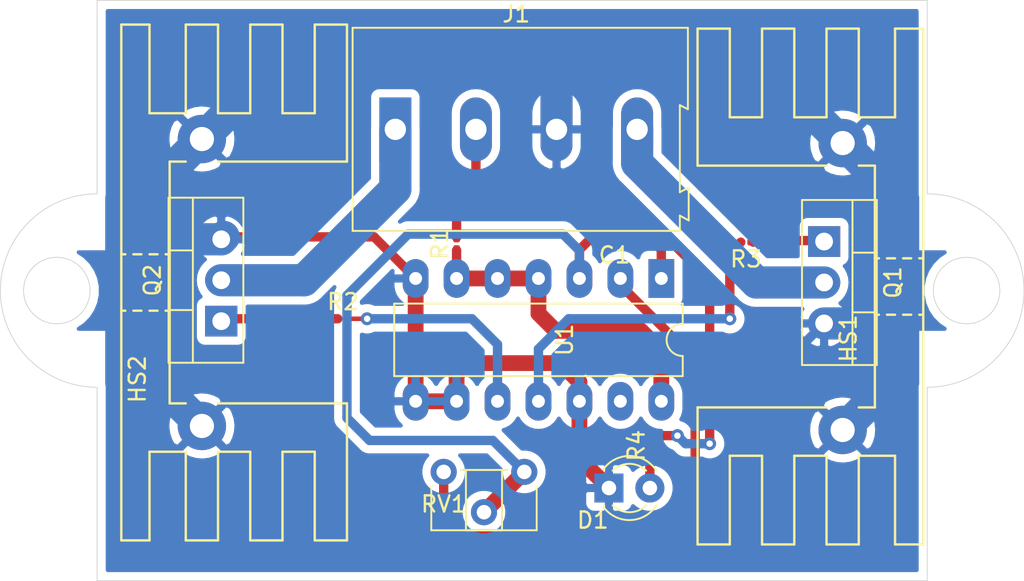
<source format=kicad_pcb>
(kicad_pcb (version 20171130) (host pcbnew "(5.1.6)-1")

  (general
    (thickness 1.6)
    (drawings 10)
    (tracks 101)
    (zones 0)
    (modules 13)
    (nets 15)
  )

  (page A4)
  (title_block
    (title "TRANSFORMER_OSCILATOR CIRCUIT")
    (date 2021-10-24)
    (rev 0)
    (company Z_E&W)
    (comment 1 "Designed by Edison Ngunjiri")
  )

  (layers
    (0 F.Cu signal)
    (31 B.Cu signal)
    (32 B.Adhes user)
    (33 F.Adhes user)
    (34 B.Paste user)
    (35 F.Paste user)
    (36 B.SilkS user)
    (37 F.SilkS user hide)
    (38 B.Mask user)
    (39 F.Mask user)
    (40 Dwgs.User user)
    (41 Cmts.User user)
    (42 Eco1.User user)
    (43 Eco2.User user)
    (44 Edge.Cuts user)
    (45 Margin user)
    (46 B.CrtYd user)
    (47 F.CrtYd user)
    (48 B.Fab user)
    (49 F.Fab user hide)
  )

  (setup
    (last_trace_width 0.58)
    (trace_clearance 0.2)
    (zone_clearance 0.508)
    (zone_45_only no)
    (trace_min 0.1)
    (via_size 0.8)
    (via_drill 0.4)
    (via_min_size 0.1)
    (via_min_drill 0.3)
    (uvia_size 0.3)
    (uvia_drill 0.1)
    (uvias_allowed no)
    (uvia_min_size 0.1)
    (uvia_min_drill 0.1)
    (edge_width 0.05)
    (segment_width 0.2)
    (pcb_text_width 0.3)
    (pcb_text_size 1.5 1.5)
    (mod_edge_width 0.12)
    (mod_text_size 1 1)
    (mod_text_width 0.15)
    (pad_size 1.524 1.524)
    (pad_drill 0.762)
    (pad_to_mask_clearance 0.05)
    (aux_axis_origin 0 0)
    (visible_elements 7FFFFFFF)
    (pcbplotparams
      (layerselection 0x010fc_ffffffff)
      (usegerberextensions false)
      (usegerberattributes true)
      (usegerberadvancedattributes true)
      (creategerberjobfile true)
      (excludeedgelayer true)
      (linewidth 0.100000)
      (plotframeref false)
      (viasonmask false)
      (mode 1)
      (useauxorigin false)
      (hpglpennumber 1)
      (hpglpenspeed 20)
      (hpglpendiameter 15.000000)
      (psnegative false)
      (psa4output false)
      (plotreference true)
      (plotvalue true)
      (plotinvisibletext false)
      (padsonsilk false)
      (subtractmaskfromsilk false)
      (outputformat 1)
      (mirror false)
      (drillshape 0)
      (scaleselection 1)
      (outputdirectory "garber/"))
  )

  (net 0 "")
  (net 1 "Net-(C1-Pad1)")
  (net 2 "Net-(C1-Pad2)")
  (net 3 GND)
  (net 4 "Net-(D1-Pad2)")
  (net 5 /T_SIDE_1)
  (net 6 VCC)
  (net 7 /T_SIDE_2)
  (net 8 "Net-(Q1-Pad1)")
  (net 9 "Net-(R1-Pad1)")
  (net 10 "Net-(R2-Pad2)")
  (net 11 "Net-(R3-Pad2)")
  (net 12 "Net-(RV1-Pad3)")
  (net 13 "Net-(U1-Pad13)")
  (net 14 "Net-(Q2-Pad1)")

  (net_class Default "This is the default net class."
    (clearance 0.2)
    (trace_width 0.58)
    (via_dia 0.8)
    (via_drill 0.4)
    (uvia_dia 0.3)
    (uvia_drill 0.1)
    (add_net /T_SIDE_1)
    (add_net /T_SIDE_2)
    (add_net GND)
    (add_net "Net-(C1-Pad1)")
    (add_net "Net-(C1-Pad2)")
    (add_net "Net-(D1-Pad2)")
    (add_net "Net-(Q1-Pad1)")
    (add_net "Net-(Q2-Pad1)")
    (add_net "Net-(R1-Pad1)")
    (add_net "Net-(R2-Pad2)")
    (add_net "Net-(R3-Pad2)")
    (add_net "Net-(RV1-Pad3)")
    (add_net "Net-(U1-Pad13)")
    (add_net VCC)
  )

  (module Heatsink:Heatsink_Stonecold_HS-132_32x14mm_2xFixation1.5mm (layer F.Cu) (tedit 5A1FFA20) (tstamp 61762DE1)
    (at 175.75 96.75 270)
    (descr "Heatsink, StoneCold HS")
    (tags heatsink)
    (path /6176DBC3)
    (fp_text reference HS1 (at 3.225 -0.35 90) (layer F.SilkS)
      (effects (font (size 1 1) (thickness 0.15)))
    )
    (fp_text value Heatsink_Pad_3Pin (at 0 -3.35 90) (layer F.Fab)
      (effects (font (size 1 1) (thickness 0.15)))
    )
    (fp_line (start 15.75 -4.75) (end -15.75 -4.75) (layer F.Fab) (width 0.1))
    (fp_line (start 15.75 -3.5) (end 15.75 -4.75) (layer F.Fab) (width 0.1))
    (fp_line (start 10.25 -3.5) (end 15.75 -3.5) (layer F.Fab) (width 0.1))
    (fp_line (start 10.25 -0.75) (end 10.25 -3.5) (layer F.Fab) (width 0.1))
    (fp_line (start 15.75 -0.75) (end 10.25 -0.75) (layer F.Fab) (width 0.1))
    (fp_line (start 15.75 0.75) (end 15.75 -0.75) (layer F.Fab) (width 0.1))
    (fp_line (start 10.25 0.75) (end 15.75 0.75) (layer F.Fab) (width 0.1))
    (fp_line (start 10.25 3.25) (end 10.25 0.75) (layer F.Fab) (width 0.1))
    (fp_line (start 15.75 3.25) (end 10.25 3.25) (layer F.Fab) (width 0.1))
    (fp_line (start 15.75 4.75) (end 15.75 3.25) (layer F.Fab) (width 0.1))
    (fp_line (start 10.25 4.75) (end 15.75 4.75) (layer F.Fab) (width 0.1))
    (fp_line (start 10.25 7.25) (end 10.25 4.75) (layer F.Fab) (width 0.1))
    (fp_line (start 15.75 7.25) (end 10.25 7.25) (layer F.Fab) (width 0.1))
    (fp_line (start 15.75 8.75) (end 15.75 7.25) (layer F.Fab) (width 0.1))
    (fp_line (start 7.75 8.75) (end 15.75 8.75) (layer F.Fab) (width 0.1))
    (fp_line (start 7.75 -2.25) (end 7.75 8.75) (layer F.Fab) (width 0.1))
    (fp_line (start -7.75 -2.25) (end 7.75 -2.25) (layer F.Fab) (width 0.1))
    (fp_line (start -7.75 8.75) (end -7.75 -2.25) (layer F.Fab) (width 0.1))
    (fp_line (start -15.75 8.75) (end -7.75 8.75) (layer F.Fab) (width 0.1))
    (fp_line (start -15.75 7.25) (end -15.75 8.75) (layer F.Fab) (width 0.1))
    (fp_line (start -10.25 7.25) (end -15.75 7.25) (layer F.Fab) (width 0.1))
    (fp_line (start -10.25 4.75) (end -10.25 7.25) (layer F.Fab) (width 0.1))
    (fp_line (start -15.75 4.75) (end -10.25 4.75) (layer F.Fab) (width 0.1))
    (fp_line (start -15.75 3.25) (end -15.75 4.75) (layer F.Fab) (width 0.1))
    (fp_line (start -10.25 3.25) (end -15.75 3.25) (layer F.Fab) (width 0.1))
    (fp_line (start -10.25 0.75) (end -10.25 3.25) (layer F.Fab) (width 0.1))
    (fp_line (start -15.75 0.75) (end -10.25 0.75) (layer F.Fab) (width 0.1))
    (fp_line (start -15.75 -0.75) (end -15.75 0.75) (layer F.Fab) (width 0.1))
    (fp_line (start -10.25 -0.75) (end -15.75 -0.75) (layer F.Fab) (width 0.1))
    (fp_line (start -10.25 -3.5) (end -10.25 -0.75) (layer F.Fab) (width 0.1))
    (fp_line (start -15.75 -3.5) (end -10.25 -3.5) (layer F.Fab) (width 0.1))
    (fp_line (start -15.75 -4.75) (end -15.75 -3.5) (layer F.Fab) (width 0.1))
    (fp_line (start 16 9) (end -16 9) (layer F.CrtYd) (width 0.05))
    (fp_line (start 16 9) (end 16 -5) (layer F.CrtYd) (width 0.05))
    (fp_line (start -16 -5) (end -16 9) (layer F.CrtYd) (width 0.05))
    (fp_line (start -16 -5) (end 16 -5) (layer F.CrtYd) (width 0.05))
    (fp_line (start -16 -5) (end 16 -5) (layer F.SilkS) (width 0.15))
    (fp_line (start -7.5 -2) (end 7.5 -2) (layer F.SilkS) (width 0.15))
    (fp_line (start -7.5 9) (end -16 9) (layer F.SilkS) (width 0.15))
    (fp_line (start 7.5 9) (end 16 9) (layer F.SilkS) (width 0.15))
    (fp_line (start 7.5 -2) (end 7.5 -1) (layer F.SilkS) (width 0.15))
    (fp_line (start -7.5 -2) (end -7.5 -1) (layer F.SilkS) (width 0.15))
    (fp_line (start -7.5 1) (end -7.5 9) (layer F.SilkS) (width 0.15))
    (fp_line (start 7.5 1) (end 7.5 9) (layer F.SilkS) (width 0.15))
    (fp_line (start -10.5 -1) (end -16 -1) (layer F.SilkS) (width 0.15))
    (fp_line (start -16 1) (end -10.5 1) (layer F.SilkS) (width 0.15))
    (fp_line (start 10.5 -1) (end 16 -1) (layer F.SilkS) (width 0.15))
    (fp_line (start 10.5 1) (end 16 1) (layer F.SilkS) (width 0.15))
    (fp_line (start 10.5 -3.25) (end 16 -3.25) (layer F.SilkS) (width 0.15))
    (fp_line (start 10.5 7) (end 16 7) (layer F.SilkS) (width 0.15))
    (fp_line (start 10.5 3) (end 16 3) (layer F.SilkS) (width 0.15))
    (fp_line (start 10.5 5) (end 16 5) (layer F.SilkS) (width 0.15))
    (fp_line (start -10.5 7) (end -16 7) (layer F.SilkS) (width 0.15))
    (fp_line (start -16 5) (end -10.5 5) (layer F.SilkS) (width 0.15))
    (fp_line (start -10.5 3) (end -16 3) (layer F.SilkS) (width 0.15))
    (fp_line (start -10.5 -3.25) (end -16 -3.25) (layer F.SilkS) (width 0.15))
    (fp_line (start 16 -5) (end 16 -3.25) (layer F.SilkS) (width 0.15))
    (fp_line (start -16 -3.25) (end -16 -5) (layer F.SilkS) (width 0.15))
    (fp_line (start -10.5 -3.25) (end -10.5 -1) (layer F.SilkS) (width 0.15))
    (fp_line (start -10.5 1) (end -10.5 3) (layer F.SilkS) (width 0.15))
    (fp_line (start -16 -1) (end -16 1) (layer F.SilkS) (width 0.15))
    (fp_line (start -16 3) (end -16 5) (layer F.SilkS) (width 0.15))
    (fp_line (start -10.5 5) (end -10.5 7) (layer F.SilkS) (width 0.15))
    (fp_line (start -16 7) (end -16 9) (layer F.SilkS) (width 0.15))
    (fp_line (start 10.5 5) (end 10.5 7) (layer F.SilkS) (width 0.15))
    (fp_line (start 10.5 1) (end 10.5 3) (layer F.SilkS) (width 0.15))
    (fp_line (start 10.5 -3.25) (end 10.5 -1) (layer F.SilkS) (width 0.15))
    (fp_line (start 16 -1) (end 16 1) (layer F.SilkS) (width 0.15))
    (fp_line (start 16 3) (end 16 5) (layer F.SilkS) (width 0.15))
    (fp_line (start 16 7) (end 16 9) (layer F.SilkS) (width 0.15))
    (fp_line (start -1.75 -4.25) (end -1.75 -3.75) (layer F.SilkS) (width 0.15))
    (fp_line (start -1.75 -3.25) (end -1.75 -2.75) (layer F.SilkS) (width 0.15))
    (fp_line (start 1.75 -4.25) (end 1.75 -3.75) (layer F.SilkS) (width 0.15))
    (fp_line (start 1.75 -3.25) (end 1.75 -2.75) (layer F.SilkS) (width 0.15))
    (fp_line (start 1.75 -2.25) (end 1.75 -2) (layer F.SilkS) (width 0.15))
    (fp_line (start -1.75 -2.25) (end -1.75 -2) (layer F.SilkS) (width 0.15))
    (fp_line (start -1.75 -4.75) (end -1.75 -5) (layer F.SilkS) (width 0.15))
    (fp_line (start 1.75 -4.75) (end 1.75 -5) (layer F.SilkS) (width 0.15))
    (fp_text user %R (at -2.775 -0.35 90) (layer F.Fab)
      (effects (font (size 1 1) (thickness 0.15)))
    )
    (pad 1 thru_hole circle (at 8.9 0 270) (size 3 3) (drill 1.5) (layers *.Cu *.Mask)
      (net 3 GND))
    (pad 1 thru_hole circle (at -8.9 0 270) (size 3 3) (drill 1.5) (layers *.Cu *.Mask)
      (net 3 GND))
    (model ${KISYS3DMOD}/Heatsink.3dshapes/Heatsink_Stonecold_HS-132_32x14mm_2xFixation1.5mm.wrl
      (at (xyz 0 0 0))
      (scale (xyz 1 1 1))
      (rotate (xyz 0 0 0))
    )
  )

  (module Heatsink:Heatsink_Stonecold_HS-132_32x14mm_2xFixation1.5mm (layer F.Cu) (tedit 5A1FFA20) (tstamp 61759BDC)
    (at 136 96.5 90)
    (descr "Heatsink, StoneCold HS")
    (tags heatsink)
    (path /6176BE1C)
    (fp_text reference HS2 (at -6 -4 90) (layer F.SilkS)
      (effects (font (size 1 1) (thickness 0.15)))
    )
    (fp_text value Heatsink_Pad_3Pin (at 0 10 90) (layer F.Fab)
      (effects (font (size 1 1) (thickness 0.15)))
    )
    (fp_line (start 1.75 -4.75) (end 1.75 -5) (layer F.SilkS) (width 0.15))
    (fp_line (start -1.75 -4.75) (end -1.75 -5) (layer F.SilkS) (width 0.15))
    (fp_line (start -1.75 -2.25) (end -1.75 -2) (layer F.SilkS) (width 0.15))
    (fp_line (start 1.75 -2.25) (end 1.75 -2) (layer F.SilkS) (width 0.15))
    (fp_line (start 1.75 -3.25) (end 1.75 -2.75) (layer F.SilkS) (width 0.15))
    (fp_line (start 1.75 -4.25) (end 1.75 -3.75) (layer F.SilkS) (width 0.15))
    (fp_line (start -1.75 -3.25) (end -1.75 -2.75) (layer F.SilkS) (width 0.15))
    (fp_line (start -1.75 -4.25) (end -1.75 -3.75) (layer F.SilkS) (width 0.15))
    (fp_line (start 16 7) (end 16 9) (layer F.SilkS) (width 0.15))
    (fp_line (start 16 3) (end 16 5) (layer F.SilkS) (width 0.15))
    (fp_line (start 16 -1) (end 16 1) (layer F.SilkS) (width 0.15))
    (fp_line (start 10.5 -3.25) (end 10.5 -1) (layer F.SilkS) (width 0.15))
    (fp_line (start 10.5 1) (end 10.5 3) (layer F.SilkS) (width 0.15))
    (fp_line (start 10.5 5) (end 10.5 7) (layer F.SilkS) (width 0.15))
    (fp_line (start -16 7) (end -16 9) (layer F.SilkS) (width 0.15))
    (fp_line (start -10.5 5) (end -10.5 7) (layer F.SilkS) (width 0.15))
    (fp_line (start -16 3) (end -16 5) (layer F.SilkS) (width 0.15))
    (fp_line (start -16 -1) (end -16 1) (layer F.SilkS) (width 0.15))
    (fp_line (start -10.5 1) (end -10.5 3) (layer F.SilkS) (width 0.15))
    (fp_line (start -10.5 -3.25) (end -10.5 -1) (layer F.SilkS) (width 0.15))
    (fp_line (start -16 -3.25) (end -16 -5) (layer F.SilkS) (width 0.15))
    (fp_line (start 16 -5) (end 16 -3.25) (layer F.SilkS) (width 0.15))
    (fp_line (start -10.5 -3.25) (end -16 -3.25) (layer F.SilkS) (width 0.15))
    (fp_line (start -10.5 3) (end -16 3) (layer F.SilkS) (width 0.15))
    (fp_line (start -16 5) (end -10.5 5) (layer F.SilkS) (width 0.15))
    (fp_line (start -10.5 7) (end -16 7) (layer F.SilkS) (width 0.15))
    (fp_line (start 10.5 5) (end 16 5) (layer F.SilkS) (width 0.15))
    (fp_line (start 10.5 3) (end 16 3) (layer F.SilkS) (width 0.15))
    (fp_line (start 10.5 7) (end 16 7) (layer F.SilkS) (width 0.15))
    (fp_line (start 10.5 -3.25) (end 16 -3.25) (layer F.SilkS) (width 0.15))
    (fp_line (start 10.5 1) (end 16 1) (layer F.SilkS) (width 0.15))
    (fp_line (start 10.5 -1) (end 16 -1) (layer F.SilkS) (width 0.15))
    (fp_line (start -16 1) (end -10.5 1) (layer F.SilkS) (width 0.15))
    (fp_line (start -10.5 -1) (end -16 -1) (layer F.SilkS) (width 0.15))
    (fp_line (start 7.5 1) (end 7.5 9) (layer F.SilkS) (width 0.15))
    (fp_line (start -7.5 1) (end -7.5 9) (layer F.SilkS) (width 0.15))
    (fp_line (start -7.5 -2) (end -7.5 -1) (layer F.SilkS) (width 0.15))
    (fp_line (start 7.5 -2) (end 7.5 -1) (layer F.SilkS) (width 0.15))
    (fp_line (start 7.5 9) (end 16 9) (layer F.SilkS) (width 0.15))
    (fp_line (start -7.5 9) (end -16 9) (layer F.SilkS) (width 0.15))
    (fp_line (start -7.5 -2) (end 7.5 -2) (layer F.SilkS) (width 0.15))
    (fp_line (start -16 -5) (end 16 -5) (layer F.SilkS) (width 0.15))
    (fp_line (start -16 -5) (end 16 -5) (layer F.CrtYd) (width 0.05))
    (fp_line (start -16 -5) (end -16 9) (layer F.CrtYd) (width 0.05))
    (fp_line (start 16 9) (end 16 -5) (layer F.CrtYd) (width 0.05))
    (fp_line (start 16 9) (end -16 9) (layer F.CrtYd) (width 0.05))
    (fp_line (start -15.75 -4.75) (end -15.75 -3.5) (layer F.Fab) (width 0.1))
    (fp_line (start -15.75 -3.5) (end -10.25 -3.5) (layer F.Fab) (width 0.1))
    (fp_line (start -10.25 -3.5) (end -10.25 -0.75) (layer F.Fab) (width 0.1))
    (fp_line (start -10.25 -0.75) (end -15.75 -0.75) (layer F.Fab) (width 0.1))
    (fp_line (start -15.75 -0.75) (end -15.75 0.75) (layer F.Fab) (width 0.1))
    (fp_line (start -15.75 0.75) (end -10.25 0.75) (layer F.Fab) (width 0.1))
    (fp_line (start -10.25 0.75) (end -10.25 3.25) (layer F.Fab) (width 0.1))
    (fp_line (start -10.25 3.25) (end -15.75 3.25) (layer F.Fab) (width 0.1))
    (fp_line (start -15.75 3.25) (end -15.75 4.75) (layer F.Fab) (width 0.1))
    (fp_line (start -15.75 4.75) (end -10.25 4.75) (layer F.Fab) (width 0.1))
    (fp_line (start -10.25 4.75) (end -10.25 7.25) (layer F.Fab) (width 0.1))
    (fp_line (start -10.25 7.25) (end -15.75 7.25) (layer F.Fab) (width 0.1))
    (fp_line (start -15.75 7.25) (end -15.75 8.75) (layer F.Fab) (width 0.1))
    (fp_line (start -15.75 8.75) (end -7.75 8.75) (layer F.Fab) (width 0.1))
    (fp_line (start -7.75 8.75) (end -7.75 -2.25) (layer F.Fab) (width 0.1))
    (fp_line (start -7.75 -2.25) (end 7.75 -2.25) (layer F.Fab) (width 0.1))
    (fp_line (start 7.75 -2.25) (end 7.75 8.75) (layer F.Fab) (width 0.1))
    (fp_line (start 7.75 8.75) (end 15.75 8.75) (layer F.Fab) (width 0.1))
    (fp_line (start 15.75 8.75) (end 15.75 7.25) (layer F.Fab) (width 0.1))
    (fp_line (start 15.75 7.25) (end 10.25 7.25) (layer F.Fab) (width 0.1))
    (fp_line (start 10.25 7.25) (end 10.25 4.75) (layer F.Fab) (width 0.1))
    (fp_line (start 10.25 4.75) (end 15.75 4.75) (layer F.Fab) (width 0.1))
    (fp_line (start 15.75 4.75) (end 15.75 3.25) (layer F.Fab) (width 0.1))
    (fp_line (start 15.75 3.25) (end 10.25 3.25) (layer F.Fab) (width 0.1))
    (fp_line (start 10.25 3.25) (end 10.25 0.75) (layer F.Fab) (width 0.1))
    (fp_line (start 10.25 0.75) (end 15.75 0.75) (layer F.Fab) (width 0.1))
    (fp_line (start 15.75 0.75) (end 15.75 -0.75) (layer F.Fab) (width 0.1))
    (fp_line (start 15.75 -0.75) (end 10.25 -0.75) (layer F.Fab) (width 0.1))
    (fp_line (start 10.25 -0.75) (end 10.25 -3.5) (layer F.Fab) (width 0.1))
    (fp_line (start 10.25 -3.5) (end 15.75 -3.5) (layer F.Fab) (width 0.1))
    (fp_line (start 15.75 -3.5) (end 15.75 -4.75) (layer F.Fab) (width 0.1))
    (fp_line (start 15.75 -4.75) (end -15.75 -4.75) (layer F.Fab) (width 0.1))
    (fp_text user %R (at 6 -3 90) (layer F.Fab)
      (effects (font (size 1 1) (thickness 0.15)))
    )
    (pad 1 thru_hole circle (at -8.9 0 90) (size 3 3) (drill 1.5) (layers *.Cu *.Mask)
      (net 3 GND))
    (pad 1 thru_hole circle (at 8.9 0 90) (size 3 3) (drill 1.5) (layers *.Cu *.Mask)
      (net 3 GND))
    (model ${KISYS3DMOD}/Heatsink.3dshapes/Heatsink_Stonecold_HS-132_32x14mm_2xFixation1.5mm.wrl
      (at (xyz 0 0 0))
      (scale (xyz 1 1 1))
      (rotate (xyz 0 0 0))
    )
  )

  (module TerminalBlock:TerminalBlock_Altech_AK300-4_P5.00mm (layer F.Cu) (tedit 59FF0306) (tstamp 61760D5B)
    (at 148 87)
    (descr "Altech AK300 terminal block, pitch 5.0mm, 45 degree angled, see http://www.mouser.com/ds/2/16/PCBMETRC-24178.pdf")
    (tags "Altech AK300 terminal block pitch 5.0mm")
    (path /617BE384)
    (fp_text reference J1 (at 7.5 -7.15) (layer F.SilkS)
      (effects (font (size 1 1) (thickness 0.15)))
    )
    (fp_text value Screw_Terminal_01x04 (at 7.45 7.45) (layer F.Fab)
      (effects (font (size 1 1) (thickness 0.15)))
    )
    (fp_line (start 18.35 6.47) (end -2.83 6.47) (layer F.CrtYd) (width 0.05))
    (fp_line (start 18.35 6.47) (end 18.35 -6.47) (layer F.CrtYd) (width 0.05))
    (fp_line (start -2.83 -6.47) (end -2.83 6.47) (layer F.CrtYd) (width 0.05))
    (fp_line (start -2.83 -6.47) (end 18.35 -6.47) (layer F.CrtYd) (width 0.05))
    (fp_line (start 3.34 -0.25) (end 6.64 -0.25) (layer F.Fab) (width 0.1))
    (fp_line (start 2.96 -0.25) (end 3.34 -0.25) (layer F.Fab) (width 0.1))
    (fp_line (start 7.02 -0.25) (end 6.64 -0.25) (layer F.Fab) (width 0.1))
    (fp_line (start 1.64 -0.25) (end -1.67 -0.25) (layer F.Fab) (width 0.1))
    (fp_line (start 2.02 -0.25) (end 1.64 -0.25) (layer F.Fab) (width 0.1))
    (fp_line (start -2.05 -0.25) (end -1.67 -0.25) (layer F.Fab) (width 0.1))
    (fp_line (start -1.51 -4.32) (end 1.53 -4.95) (layer F.Fab) (width 0.1))
    (fp_line (start -1.64 -4.45) (end 1.41 -5.08) (layer F.Fab) (width 0.1))
    (fp_line (start 3.49 -4.32) (end 6.54 -4.95) (layer F.Fab) (width 0.1))
    (fp_line (start 3.36 -4.45) (end 6.41 -5.08) (layer F.Fab) (width 0.1))
    (fp_line (start 2.02 -5.97) (end -2.05 -5.97) (layer F.Fab) (width 0.1))
    (fp_line (start -2.05 -3.43) (end -2.05 -5.97) (layer F.Fab) (width 0.1))
    (fp_line (start 2.02 -3.43) (end -2.05 -3.43) (layer F.Fab) (width 0.1))
    (fp_line (start 2.02 -3.43) (end 2.02 -5.97) (layer F.Fab) (width 0.1))
    (fp_line (start 7.02 -3.43) (end 2.96 -3.43) (layer F.Fab) (width 0.1))
    (fp_line (start 7.02 -5.97) (end 7.02 -3.43) (layer F.Fab) (width 0.1))
    (fp_line (start 2.96 -5.97) (end 7.02 -5.97) (layer F.Fab) (width 0.1))
    (fp_line (start 2.96 -3.43) (end 2.96 -5.97) (layer F.Fab) (width 0.1))
    (fp_line (start -2.58 -3.17) (end -2.58 -6.22) (layer F.Fab) (width 0.1))
    (fp_line (start -2.58 -0.64) (end -2.58 -3.17) (layer F.Fab) (width 0.1))
    (fp_line (start -2.58 6.22) (end -2.58 -0.64) (layer F.Fab) (width 0.1))
    (fp_line (start 6.64 0.51) (end 6.26 0.51) (layer F.Fab) (width 0.1))
    (fp_line (start 3.34 0.51) (end 3.72 0.51) (layer F.Fab) (width 0.1))
    (fp_line (start 1.64 0.51) (end 1.26 0.51) (layer F.Fab) (width 0.1))
    (fp_line (start -1.67 0.51) (end -1.28 0.51) (layer F.Fab) (width 0.1))
    (fp_line (start -1.67 3.68) (end -1.67 0.51) (layer F.Fab) (width 0.1))
    (fp_line (start 1.64 3.68) (end -1.67 3.68) (layer F.Fab) (width 0.1))
    (fp_line (start 1.64 3.68) (end 1.64 0.51) (layer F.Fab) (width 0.1))
    (fp_line (start 3.34 3.68) (end 3.34 0.51) (layer F.Fab) (width 0.1))
    (fp_line (start 6.64 3.68) (end 3.34 3.68) (layer F.Fab) (width 0.1))
    (fp_line (start 6.64 3.68) (end 6.64 0.51) (layer F.Fab) (width 0.1))
    (fp_line (start -2.05 4.32) (end -2.05 6.22) (layer F.Fab) (width 0.1))
    (fp_line (start 2.02 4.32) (end 2.02 -0.25) (layer F.Fab) (width 0.1))
    (fp_line (start 2.02 4.32) (end -2.05 4.32) (layer F.Fab) (width 0.1))
    (fp_line (start 7.02 4.32) (end 7.02 6.22) (layer F.Fab) (width 0.1))
    (fp_line (start 2.96 4.32) (end 2.96 -0.25) (layer F.Fab) (width 0.1))
    (fp_line (start 2.96 4.32) (end 7.02 4.32) (layer F.Fab) (width 0.1))
    (fp_line (start -2.05 6.22) (end 2.02 6.22) (layer F.Fab) (width 0.1))
    (fp_line (start -2.58 6.22) (end -2.05 6.22) (layer F.Fab) (width 0.1))
    (fp_line (start -2.05 -0.25) (end -2.05 4.32) (layer F.Fab) (width 0.1))
    (fp_line (start 2.02 6.22) (end 2.96 6.22) (layer F.Fab) (width 0.1))
    (fp_line (start 2.02 6.22) (end 2.02 4.32) (layer F.Fab) (width 0.1))
    (fp_line (start 2.96 6.22) (end 7.02 6.22) (layer F.Fab) (width 0.1))
    (fp_line (start 7.02 -0.25) (end 7.02 4.32) (layer F.Fab) (width 0.1))
    (fp_line (start 2.96 6.22) (end 2.96 4.32) (layer F.Fab) (width 0.1))
    (fp_line (start 12.95 4.06) (end 12.95 5.21) (layer F.Fab) (width 0.1))
    (fp_line (start 12.95 5.21) (end 12.95 6.22) (layer F.Fab) (width 0.1))
    (fp_line (start 3.72 2.54) (end 3.72 -0.25) (layer F.Fab) (width 0.1))
    (fp_line (start 3.72 -0.25) (end 6.26 -0.25) (layer F.Fab) (width 0.1))
    (fp_line (start 6.26 2.54) (end 6.26 -0.25) (layer F.Fab) (width 0.1))
    (fp_line (start 3.72 2.54) (end 6.26 2.54) (layer F.Fab) (width 0.1))
    (fp_line (start -1.28 2.54) (end -1.28 -0.25) (layer F.Fab) (width 0.1))
    (fp_line (start -1.28 -0.25) (end 1.26 -0.25) (layer F.Fab) (width 0.1))
    (fp_line (start 1.26 2.54) (end 1.26 -0.25) (layer F.Fab) (width 0.1))
    (fp_line (start -1.28 2.54) (end 1.26 2.54) (layer F.Fab) (width 0.1))
    (fp_line (start 13.73 2.54) (end 16.27 2.54) (layer F.Fab) (width 0.1))
    (fp_line (start 16.27 2.54) (end 16.27 -0.25) (layer F.Fab) (width 0.1))
    (fp_line (start 13.73 -0.25) (end 16.27 -0.25) (layer F.Fab) (width 0.1))
    (fp_line (start 13.73 2.54) (end 13.73 -0.25) (layer F.Fab) (width 0.1))
    (fp_line (start 17.59 -6.22) (end 17.59 -3.17) (layer F.Fab) (width 0.1))
    (fp_line (start 17.59 -6.22) (end 18.1 -6.22) (layer F.Fab) (width 0.1))
    (fp_line (start 18.1 -6.22) (end 18.1 -1.4) (layer F.Fab) (width 0.1))
    (fp_line (start 18.1 -1.4) (end 17.59 -1.65) (layer F.Fab) (width 0.1))
    (fp_line (start 18.1 5.46) (end 17.59 5.21) (layer F.Fab) (width 0.1))
    (fp_line (start 17.59 5.21) (end 17.59 6.22) (layer F.Fab) (width 0.1))
    (fp_line (start 18.1 3.81) (end 17.59 4.06) (layer F.Fab) (width 0.1))
    (fp_line (start 17.59 4.06) (end 17.59 5.21) (layer F.Fab) (width 0.1))
    (fp_line (start 18.1 3.81) (end 18.1 5.46) (layer F.Fab) (width 0.1))
    (fp_line (start 12.97 6.22) (end 12.97 4.32) (layer F.Fab) (width 0.1))
    (fp_line (start 17.03 -0.25) (end 17.03 4.32) (layer F.Fab) (width 0.1))
    (fp_line (start 17.03 6.22) (end 17.59 6.22) (layer F.Fab) (width 0.1))
    (fp_line (start 12.97 4.32) (end 17.03 4.32) (layer F.Fab) (width 0.1))
    (fp_line (start 17.03 4.32) (end 17.03 6.22) (layer F.Fab) (width 0.1))
    (fp_line (start 16.65 3.68) (end 16.65 0.51) (layer F.Fab) (width 0.1))
    (fp_line (start 16.65 3.68) (end 13.35 3.68) (layer F.Fab) (width 0.1))
    (fp_line (start 13.35 3.68) (end 13.35 0.51) (layer F.Fab) (width 0.1))
    (fp_line (start 13.35 0.51) (end 13.73 0.51) (layer F.Fab) (width 0.1))
    (fp_line (start 16.65 0.51) (end 16.27 0.51) (layer F.Fab) (width 0.1))
    (fp_line (start 17.59 -1.65) (end 17.59 -0.64) (layer F.Fab) (width 0.1))
    (fp_line (start 17.59 -0.64) (end 17.59 4.06) (layer F.Fab) (width 0.1))
    (fp_line (start 17.59 -3.17) (end 17.59 -1.65) (layer F.Fab) (width 0.1))
    (fp_line (start 12.97 -3.43) (end 12.97 -5.97) (layer F.Fab) (width 0.1))
    (fp_line (start 12.97 -5.97) (end 17.03 -5.97) (layer F.Fab) (width 0.1))
    (fp_line (start 17.03 -5.97) (end 17.03 -3.43) (layer F.Fab) (width 0.1))
    (fp_line (start 17.03 -3.43) (end 12.97 -3.43) (layer F.Fab) (width 0.1))
    (fp_line (start 13.37 -4.45) (end 16.42 -5.08) (layer F.Fab) (width 0.1))
    (fp_line (start 13.5 -4.32) (end 16.55 -4.95) (layer F.Fab) (width 0.1))
    (fp_line (start 17.03 -0.25) (end 16.65 -0.25) (layer F.Fab) (width 0.1))
    (fp_line (start 12.97 -0.25) (end 13.35 -0.25) (layer F.Fab) (width 0.1))
    (fp_line (start 13.35 -0.25) (end 16.65 -0.25) (layer F.Fab) (width 0.1))
    (fp_line (start 12.95 4) (end 12.95 -0.25) (layer F.Fab) (width 0.1))
    (fp_line (start 12.66 -0.64) (end -2.52 -0.64) (layer F.Fab) (width 0.1))
    (fp_line (start 17.74 -6.22) (end -2.58 -6.22) (layer F.Fab) (width 0.1))
    (fp_line (start 17.59 -3.05) (end -2.58 -3.05) (layer F.Fab) (width 0.1))
    (fp_line (start 13.17 6.22) (end 7.07 6.22) (layer F.Fab) (width 0.1))
    (fp_line (start 16.95 6.22) (end 13.02 6.22) (layer F.Fab) (width 0.1))
    (fp_line (start 7.99 -0.25) (end 12.05 -0.25) (layer F.Fab) (width 0.1))
    (fp_line (start 7.99 6.22) (end 7.99 -0.25) (layer F.Fab) (width 0.1))
    (fp_line (start 12.51 -0.64) (end 17.59 -0.64) (layer F.Fab) (width 0.1))
    (fp_line (start 11.67 0.51) (end 11.29 0.51) (layer F.Fab) (width 0.1))
    (fp_line (start 11.67 3.68) (end 11.67 0.51) (layer F.Fab) (width 0.1))
    (fp_line (start 8.37 3.68) (end 11.67 3.68) (layer F.Fab) (width 0.1))
    (fp_line (start 8.37 0.51) (end 8.37 3.68) (layer F.Fab) (width 0.1))
    (fp_line (start 8.37 0.51) (end 8.75 0.51) (layer F.Fab) (width 0.1))
    (fp_line (start 12.05 6.22) (end 12.05 -0.25) (layer F.Fab) (width 0.1))
    (fp_line (start 7.99 4.32) (end 12.05 4.32) (layer F.Fab) (width 0.1))
    (fp_line (start 8.47 -4.32) (end 11.52 -4.95) (layer F.Fab) (width 0.1))
    (fp_line (start 8.34 -4.45) (end 11.39 -5.08) (layer F.Fab) (width 0.1))
    (fp_line (start 12 -3.43) (end 7.94 -3.43) (layer F.Fab) (width 0.1))
    (fp_line (start 12 -5.97) (end 12 -3.43) (layer F.Fab) (width 0.1))
    (fp_line (start 7.94 -5.97) (end 12 -5.97) (layer F.Fab) (width 0.1))
    (fp_line (start 7.94 -3.43) (end 7.94 -5.97) (layer F.Fab) (width 0.1))
    (fp_line (start 11.29 2.54) (end 11.29 -0.25) (layer F.Fab) (width 0.1))
    (fp_line (start 8.75 2.54) (end 11.29 2.54) (layer F.Fab) (width 0.1))
    (fp_line (start 8.75 -0.25) (end 8.75 2.54) (layer F.Fab) (width 0.1))
    (fp_line (start -2.65 6.3) (end -2.65 -6.3) (layer F.SilkS) (width 0.12))
    (fp_line (start 17.65 6.3) (end -2.65 6.3) (layer F.SilkS) (width 0.12))
    (fp_line (start 17.65 5.35) (end 17.65 6.3) (layer F.SilkS) (width 0.12))
    (fp_line (start 18.2 5.65) (end 17.65 5.35) (layer F.SilkS) (width 0.12))
    (fp_line (start 18.2 3.6) (end 18.2 5.65) (layer F.SilkS) (width 0.12))
    (fp_line (start 17.65 3.9) (end 18.2 3.6) (layer F.SilkS) (width 0.12))
    (fp_line (start 17.65 -1.5) (end 17.65 3.9) (layer F.SilkS) (width 0.12))
    (fp_line (start 18.15 -1.25) (end 17.65 -1.5) (layer F.SilkS) (width 0.12))
    (fp_line (start 18.15 -6.3) (end 18.15 -1.25) (layer F.SilkS) (width 0.12))
    (fp_line (start -2.65 -6.3) (end 18.15 -6.3) (layer F.SilkS) (width 0.12))
    (fp_text user %R (at 7.5 -2) (layer F.Fab)
      (effects (font (size 1 1) (thickness 0.15)))
    )
    (fp_arc (start 10.99 -4.59) (end 11.49 -5.05) (angle 90.5) (layer F.Fab) (width 0.1))
    (fp_arc (start 10.02 -6.07) (end 11.48 -4.12) (angle 75.5) (layer F.Fab) (width 0.1))
    (fp_arc (start 9.94 -3.71) (end 8.34 -5) (angle 100) (layer F.Fab) (width 0.1))
    (fp_arc (start 8.83 -4.65) (end 8.54 -4.13) (angle 104.2) (layer F.Fab) (width 0.1))
    (fp_arc (start 13.86 -4.65) (end 13.57 -4.13) (angle 104.2) (layer F.Fab) (width 0.1))
    (fp_arc (start 14.97 -3.71) (end 13.37 -5) (angle 100) (layer F.Fab) (width 0.1))
    (fp_arc (start 15.05 -6.07) (end 16.51 -4.12) (angle 75.5) (layer F.Fab) (width 0.1))
    (fp_arc (start 16.02 -4.59) (end 16.52 -5.05) (angle 90.5) (layer F.Fab) (width 0.1))
    (fp_arc (start 6.01 -4.59) (end 6.51 -5.05) (angle 90.5) (layer F.Fab) (width 0.1))
    (fp_arc (start 5.04 -6.07) (end 6.5 -4.12) (angle 75.5) (layer F.Fab) (width 0.1))
    (fp_arc (start 4.96 -3.71) (end 3.36 -5) (angle 100) (layer F.Fab) (width 0.1))
    (fp_arc (start 3.85 -4.65) (end 3.56 -4.13) (angle 104.2) (layer F.Fab) (width 0.1))
    (fp_arc (start 1 -4.59) (end 1.51 -5.05) (angle 90.5) (layer F.Fab) (width 0.1))
    (fp_arc (start 0.04 -6.07) (end 1.5 -4.12) (angle 75.5) (layer F.Fab) (width 0.1))
    (fp_arc (start -0.04 -3.71) (end -1.64 -5) (angle 100) (layer F.Fab) (width 0.1))
    (fp_arc (start -1.16 -4.65) (end -1.44 -4.13) (angle 104.2) (layer F.Fab) (width 0.1))
    (pad 1 thru_hole rect (at 0 0) (size 1.98 3.96) (drill 1.32) (layers *.Cu *.Mask)
      (net 5 /T_SIDE_1))
    (pad 2 thru_hole oval (at 5 0) (size 1.98 3.96) (drill 1.32) (layers *.Cu *.Mask)
      (net 6 VCC))
    (pad 4 thru_hole oval (at 15 0) (size 1.98 3.96) (drill 1.32) (layers *.Cu *.Mask)
      (net 7 /T_SIDE_2))
    (pad 3 thru_hole oval (at 10 0) (size 1.98 3.96) (drill 1.32) (layers *.Cu *.Mask)
      (net 3 GND))
    (model ${KISYS3DMOD}/TerminalBlock.3dshapes/TerminalBlock_Altech_AK300-4_P5.00mm.wrl
      (at (xyz 0 0 0))
      (scale (xyz 1 1 1))
      (rotate (xyz 0 0 0))
    )
  )

  (module Resistor_SMD:R_0201_0603Metric (layer F.Cu) (tedit 5B301BBD) (tstamp 61759CB5)
    (at 144.75 98.75)
    (descr "Resistor SMD 0201 (0603 Metric), square (rectangular) end terminal, IPC_7351 nominal, (Body size source: https://www.vishay.com/docs/20052/crcw0201e3.pdf), generated with kicad-footprint-generator")
    (tags resistor)
    (path /61756B36)
    (attr smd)
    (fp_text reference R2 (at 0 -1.05) (layer F.SilkS)
      (effects (font (size 1 1) (thickness 0.15)))
    )
    (fp_text value 10k (at 0 1.05) (layer F.Fab)
      (effects (font (size 1 1) (thickness 0.15)))
    )
    (fp_line (start 0.7 0.35) (end -0.7 0.35) (layer F.CrtYd) (width 0.05))
    (fp_line (start 0.7 -0.35) (end 0.7 0.35) (layer F.CrtYd) (width 0.05))
    (fp_line (start -0.7 -0.35) (end 0.7 -0.35) (layer F.CrtYd) (width 0.05))
    (fp_line (start -0.7 0.35) (end -0.7 -0.35) (layer F.CrtYd) (width 0.05))
    (fp_line (start 0.3 0.15) (end -0.3 0.15) (layer F.Fab) (width 0.1))
    (fp_line (start 0.3 -0.15) (end 0.3 0.15) (layer F.Fab) (width 0.1))
    (fp_line (start -0.3 -0.15) (end 0.3 -0.15) (layer F.Fab) (width 0.1))
    (fp_line (start -0.3 0.15) (end -0.3 -0.15) (layer F.Fab) (width 0.1))
    (fp_text user %R (at 0 -0.68) (layer F.Fab)
      (effects (font (size 0.25 0.25) (thickness 0.04)))
    )
    (pad 2 smd roundrect (at 0.32 0) (size 0.46 0.4) (layers F.Cu F.Mask) (roundrect_rratio 0.25)
      (net 10 "Net-(R2-Pad2)"))
    (pad 1 smd roundrect (at -0.32 0) (size 0.46 0.4) (layers F.Cu F.Mask) (roundrect_rratio 0.25)
      (net 14 "Net-(Q2-Pad1)"))
    (pad "" smd roundrect (at 0.345 0) (size 0.318 0.36) (layers F.Paste) (roundrect_rratio 0.25))
    (pad "" smd roundrect (at -0.345 0) (size 0.318 0.36) (layers F.Paste) (roundrect_rratio 0.25))
    (model ${KISYS3DMOD}/Resistor_SMD.3dshapes/R_0201_0603Metric.wrl
      (at (xyz 0 0 0))
      (scale (xyz 1 1 1))
      (rotate (xyz 0 0 0))
    )
  )

  (module Package_DIP:DIP-14_W7.62mm_LongPads (layer F.Cu) (tedit 5A02E8C5) (tstamp 61759D15)
    (at 164.5 96.25 270)
    (descr "14-lead though-hole mounted DIP package, row spacing 7.62 mm (300 mils), LongPads")
    (tags "THT DIP DIL PDIP 2.54mm 7.62mm 300mil LongPads")
    (path /61751D70)
    (fp_text reference U1 (at 3.81 6 90) (layer F.SilkS)
      (effects (font (size 1 1) (thickness 0.15)))
    )
    (fp_text value 4047 (at 3.81 3 90) (layer F.Fab)
      (effects (font (size 1 1) (thickness 0.15)))
    )
    (fp_line (start 1.635 -1.27) (end 6.985 -1.27) (layer F.Fab) (width 0.1))
    (fp_line (start 6.985 -1.27) (end 6.985 16.51) (layer F.Fab) (width 0.1))
    (fp_line (start 6.985 16.51) (end 0.635 16.51) (layer F.Fab) (width 0.1))
    (fp_line (start 0.635 16.51) (end 0.635 -0.27) (layer F.Fab) (width 0.1))
    (fp_line (start 0.635 -0.27) (end 1.635 -1.27) (layer F.Fab) (width 0.1))
    (fp_line (start 2.81 -1.33) (end 1.56 -1.33) (layer F.SilkS) (width 0.12))
    (fp_line (start 1.56 -1.33) (end 1.56 16.57) (layer F.SilkS) (width 0.12))
    (fp_line (start 1.56 16.57) (end 6.06 16.57) (layer F.SilkS) (width 0.12))
    (fp_line (start 6.06 16.57) (end 6.06 -1.33) (layer F.SilkS) (width 0.12))
    (fp_line (start 6.06 -1.33) (end 4.81 -1.33) (layer F.SilkS) (width 0.12))
    (fp_line (start -1.45 -1.55) (end -1.45 16.8) (layer F.CrtYd) (width 0.05))
    (fp_line (start -1.45 16.8) (end 9.1 16.8) (layer F.CrtYd) (width 0.05))
    (fp_line (start 9.1 16.8) (end 9.1 -1.55) (layer F.CrtYd) (width 0.05))
    (fp_line (start 9.1 -1.55) (end -1.45 -1.55) (layer F.CrtYd) (width 0.05))
    (fp_arc (start 3.81 -1.33) (end 2.81 -1.33) (angle -180) (layer F.SilkS) (width 0.12))
    (fp_text user %R (at 3.81 7.62 90) (layer F.Fab)
      (effects (font (size 1 1) (thickness 0.15)))
    )
    (pad 1 thru_hole rect (at 0 0 270) (size 2.4 1.6) (drill 0.8) (layers *.Cu *.Mask)
      (net 1 "Net-(C1-Pad1)"))
    (pad 8 thru_hole oval (at 7.62 15.24 270) (size 2.4 1.6) (drill 0.8) (layers *.Cu *.Mask)
      (net 3 GND))
    (pad 2 thru_hole oval (at 0 2.54 270) (size 2.4 1.6) (drill 0.8) (layers *.Cu *.Mask)
      (net 12 "Net-(RV1-Pad3)"))
    (pad 9 thru_hole oval (at 7.62 12.7 270) (size 2.4 1.6) (drill 0.8) (layers *.Cu *.Mask)
      (net 3 GND))
    (pad 3 thru_hole oval (at 0 5.08 270) (size 2.4 1.6) (drill 0.8) (layers *.Cu *.Mask)
      (net 2 "Net-(C1-Pad2)"))
    (pad 10 thru_hole oval (at 7.62 10.16 270) (size 2.4 1.6) (drill 0.8) (layers *.Cu *.Mask)
      (net 10 "Net-(R2-Pad2)"))
    (pad 4 thru_hole oval (at 0 7.62 270) (size 2.4 1.6) (drill 0.8) (layers *.Cu *.Mask)
      (net 9 "Net-(R1-Pad1)"))
    (pad 11 thru_hole oval (at 7.62 7.62 270) (size 2.4 1.6) (drill 0.8) (layers *.Cu *.Mask)
      (net 11 "Net-(R3-Pad2)"))
    (pad 5 thru_hole oval (at 0 10.16 270) (size 2.4 1.6) (drill 0.8) (layers *.Cu *.Mask)
      (net 9 "Net-(R1-Pad1)"))
    (pad 12 thru_hole oval (at 7.62 5.08 270) (size 2.4 1.6) (drill 0.8) (layers *.Cu *.Mask)
      (net 3 GND))
    (pad 6 thru_hole oval (at 0 12.7 270) (size 2.4 1.6) (drill 0.8) (layers *.Cu *.Mask)
      (net 9 "Net-(R1-Pad1)"))
    (pad 13 thru_hole oval (at 7.62 2.54 270) (size 2.4 1.6) (drill 0.8) (layers *.Cu *.Mask)
      (net 13 "Net-(U1-Pad13)"))
    (pad 7 thru_hole oval (at 0 15.24 270) (size 2.4 1.6) (drill 0.8) (layers *.Cu *.Mask)
      (net 3 GND))
    (pad 14 thru_hole oval (at 7.62 0 270) (size 2.4 1.6) (drill 0.8) (layers *.Cu *.Mask)
      (net 9 "Net-(R1-Pad1)"))
    (model ${KISYS3DMOD}/Package_DIP.3dshapes/DIP-14_W7.62mm.wrl
      (at (xyz 0 0 0))
      (scale (xyz 1 1 1))
      (rotate (xyz 0 0 0))
    )
  )

  (module Capacitor_SMD:C_0201_0603Metric (layer F.Cu) (tedit 5B301BBE) (tstamp 61759B1F)
    (at 161.595 93.75 180)
    (descr "Capacitor SMD 0201 (0603 Metric), square (rectangular) end terminal, IPC_7351 nominal, (Body size source: https://www.vishay.com/docs/20052/crcw0201e3.pdf), generated with kicad-footprint-generator")
    (tags capacitor)
    (path /61754295)
    (attr smd)
    (fp_text reference C1 (at 0 -1.05) (layer F.SilkS)
      (effects (font (size 1 1) (thickness 0.15)))
    )
    (fp_text value 104J (at 0 1.05) (layer F.Fab)
      (effects (font (size 1 1) (thickness 0.15)))
    )
    (fp_line (start -0.3 0.15) (end -0.3 -0.15) (layer F.Fab) (width 0.1))
    (fp_line (start -0.3 -0.15) (end 0.3 -0.15) (layer F.Fab) (width 0.1))
    (fp_line (start 0.3 -0.15) (end 0.3 0.15) (layer F.Fab) (width 0.1))
    (fp_line (start 0.3 0.15) (end -0.3 0.15) (layer F.Fab) (width 0.1))
    (fp_line (start -0.7 0.35) (end -0.7 -0.35) (layer F.CrtYd) (width 0.05))
    (fp_line (start -0.7 -0.35) (end 0.7 -0.35) (layer F.CrtYd) (width 0.05))
    (fp_line (start 0.7 -0.35) (end 0.7 0.35) (layer F.CrtYd) (width 0.05))
    (fp_line (start 0.7 0.35) (end -0.7 0.35) (layer F.CrtYd) (width 0.05))
    (fp_text user %R (at 0 -0.68) (layer F.Fab)
      (effects (font (size 0.25 0.25) (thickness 0.04)))
    )
    (pad "" smd roundrect (at -0.345 0 180) (size 0.318 0.36) (layers F.Paste) (roundrect_rratio 0.25))
    (pad "" smd roundrect (at 0.345 0 180) (size 0.318 0.36) (layers F.Paste) (roundrect_rratio 0.25))
    (pad 1 smd roundrect (at -0.32 0 180) (size 0.46 0.4) (layers F.Cu F.Mask) (roundrect_rratio 0.25)
      (net 1 "Net-(C1-Pad1)"))
    (pad 2 smd roundrect (at 0.32 0 180) (size 0.46 0.4) (layers F.Cu F.Mask) (roundrect_rratio 0.25)
      (net 2 "Net-(C1-Pad2)"))
    (model ${KISYS3DMOD}/Capacitor_SMD.3dshapes/C_0201_0603Metric.wrl
      (at (xyz 0 0 0))
      (scale (xyz 1 1 1))
      (rotate (xyz 0 0 0))
    )
  )

  (module LED_THT:LED_D3.0mm (layer F.Cu) (tedit 587A3A7B) (tstamp 61759B32)
    (at 161.25 109.25)
    (descr "LED, diameter 3.0mm, 2 pins")
    (tags "LED diameter 3.0mm 2 pins")
    (path /61774C41)
    (fp_text reference D1 (at -1 2) (layer F.SilkS)
      (effects (font (size 1 1) (thickness 0.15)))
    )
    (fp_text value LED (at 5 0 -90) (layer F.Fab)
      (effects (font (size 1 1) (thickness 0.15)))
    )
    (fp_circle (center 1.27 0) (end 2.77 0) (layer F.Fab) (width 0.1))
    (fp_line (start -0.23 -1.16619) (end -0.23 1.16619) (layer F.Fab) (width 0.1))
    (fp_line (start -0.29 -1.236) (end -0.29 -1.08) (layer F.SilkS) (width 0.12))
    (fp_line (start -0.29 1.08) (end -0.29 1.236) (layer F.SilkS) (width 0.12))
    (fp_line (start -1.15 -2.25) (end -1.15 2.25) (layer F.CrtYd) (width 0.05))
    (fp_line (start -1.15 2.25) (end 3.7 2.25) (layer F.CrtYd) (width 0.05))
    (fp_line (start 3.7 2.25) (end 3.7 -2.25) (layer F.CrtYd) (width 0.05))
    (fp_line (start 3.7 -2.25) (end -1.15 -2.25) (layer F.CrtYd) (width 0.05))
    (fp_arc (start 1.27 0) (end -0.23 -1.16619) (angle 284.3) (layer F.Fab) (width 0.1))
    (fp_arc (start 1.27 0) (end -0.29 -1.235516) (angle 108.8) (layer F.SilkS) (width 0.12))
    (fp_arc (start 1.27 0) (end -0.29 1.235516) (angle -108.8) (layer F.SilkS) (width 0.12))
    (fp_arc (start 1.27 0) (end 0.229039 -1.08) (angle 87.9) (layer F.SilkS) (width 0.12))
    (fp_arc (start 1.27 0) (end 0.229039 1.08) (angle -87.9) (layer F.SilkS) (width 0.12))
    (pad 1 thru_hole rect (at 0 0) (size 1.8 1.8) (drill 0.9) (layers *.Cu *.Mask)
      (net 3 GND))
    (pad 2 thru_hole circle (at 2.54 0) (size 1.8 1.8) (drill 0.9) (layers *.Cu *.Mask)
      (net 4 "Net-(D1-Pad2)"))
    (model ${KISYS3DMOD}/LED_THT.3dshapes/LED_D3.0mm.wrl
      (at (xyz 0 0 0))
      (scale (xyz 1 1 1))
      (rotate (xyz 0 0 0))
    )
  )

  (module Package_TO_SOT_THT:TO-220-3_Vertical (layer F.Cu) (tedit 5AC8BA0D) (tstamp 61759C79)
    (at 174.6 93.96 270)
    (descr "TO-220-3, Vertical, RM 2.54mm, see https://www.vishay.com/docs/66542/to-220-1.pdf")
    (tags "TO-220-3 Vertical RM 2.54mm")
    (path /61763752)
    (fp_text reference Q1 (at 2.54 -4.27 90) (layer F.SilkS)
      (effects (font (size 1 1) (thickness 0.15)))
    )
    (fp_text value BSB044N08NN3 (at 2 7 90) (layer F.Fab)
      (effects (font (size 1 1) (thickness 0.15)))
    )
    (fp_line (start 7.79 -3.4) (end -2.71 -3.4) (layer F.CrtYd) (width 0.05))
    (fp_line (start 7.79 1.51) (end 7.79 -3.4) (layer F.CrtYd) (width 0.05))
    (fp_line (start -2.71 1.51) (end 7.79 1.51) (layer F.CrtYd) (width 0.05))
    (fp_line (start -2.71 -3.4) (end -2.71 1.51) (layer F.CrtYd) (width 0.05))
    (fp_line (start 4.391 -3.27) (end 4.391 -1.76) (layer F.SilkS) (width 0.12))
    (fp_line (start 0.69 -3.27) (end 0.69 -1.76) (layer F.SilkS) (width 0.12))
    (fp_line (start -2.58 -1.76) (end 7.66 -1.76) (layer F.SilkS) (width 0.12))
    (fp_line (start 7.66 -3.27) (end 7.66 1.371) (layer F.SilkS) (width 0.12))
    (fp_line (start -2.58 -3.27) (end -2.58 1.371) (layer F.SilkS) (width 0.12))
    (fp_line (start -2.58 1.371) (end 7.66 1.371) (layer F.SilkS) (width 0.12))
    (fp_line (start -2.58 -3.27) (end 7.66 -3.27) (layer F.SilkS) (width 0.12))
    (fp_line (start 4.39 -3.15) (end 4.39 -1.88) (layer F.Fab) (width 0.1))
    (fp_line (start 0.69 -3.15) (end 0.69 -1.88) (layer F.Fab) (width 0.1))
    (fp_line (start -2.46 -1.88) (end 7.54 -1.88) (layer F.Fab) (width 0.1))
    (fp_line (start 7.54 -3.15) (end -2.46 -3.15) (layer F.Fab) (width 0.1))
    (fp_line (start 7.54 1.25) (end 7.54 -3.15) (layer F.Fab) (width 0.1))
    (fp_line (start -2.46 1.25) (end 7.54 1.25) (layer F.Fab) (width 0.1))
    (fp_line (start -2.46 -3.15) (end -2.46 1.25) (layer F.Fab) (width 0.1))
    (fp_text user %R (at 2.54 -4.27 90) (layer F.Fab)
      (effects (font (size 1 1) (thickness 0.15)))
    )
    (pad 3 thru_hole oval (at 5.08 0 270) (size 1.905 2) (drill 1.1) (layers *.Cu *.Mask)
      (net 3 GND))
    (pad 2 thru_hole oval (at 2.54 0 270) (size 1.905 2) (drill 1.1) (layers *.Cu *.Mask)
      (net 7 /T_SIDE_2))
    (pad 1 thru_hole rect (at 0 0 270) (size 1.905 2) (drill 1.1) (layers *.Cu *.Mask)
      (net 8 "Net-(Q1-Pad1)"))
    (model ${KISYS3DMOD}/Package_TO_SOT_THT.3dshapes/TO-220-3_Vertical.wrl
      (at (xyz 0 0 0))
      (scale (xyz 1 1 1))
      (rotate (xyz 0 0 0))
    )
  )

  (module Package_TO_SOT_THT:TO-220-3_Vertical (layer F.Cu) (tedit 5AC8BA0D) (tstamp 61759C93)
    (at 137.2 98.9 90)
    (descr "TO-220-3, Vertical, RM 2.54mm, see https://www.vishay.com/docs/66542/to-220-1.pdf")
    (tags "TO-220-3 Vertical RM 2.54mm")
    (path /61762241)
    (fp_text reference Q2 (at 2.54 -4.27 90) (layer F.SilkS)
      (effects (font (size 1 1) (thickness 0.15)))
    )
    (fp_text value BSB044N08NN3 (at 1 7 90) (layer F.Fab)
      (effects (font (size 1 1) (thickness 0.15)))
    )
    (fp_line (start -2.46 -3.15) (end -2.46 1.25) (layer F.Fab) (width 0.1))
    (fp_line (start -2.46 1.25) (end 7.54 1.25) (layer F.Fab) (width 0.1))
    (fp_line (start 7.54 1.25) (end 7.54 -3.15) (layer F.Fab) (width 0.1))
    (fp_line (start 7.54 -3.15) (end -2.46 -3.15) (layer F.Fab) (width 0.1))
    (fp_line (start -2.46 -1.88) (end 7.54 -1.88) (layer F.Fab) (width 0.1))
    (fp_line (start 0.69 -3.15) (end 0.69 -1.88) (layer F.Fab) (width 0.1))
    (fp_line (start 4.39 -3.15) (end 4.39 -1.88) (layer F.Fab) (width 0.1))
    (fp_line (start -2.58 -3.27) (end 7.66 -3.27) (layer F.SilkS) (width 0.12))
    (fp_line (start -2.58 1.371) (end 7.66 1.371) (layer F.SilkS) (width 0.12))
    (fp_line (start -2.58 -3.27) (end -2.58 1.371) (layer F.SilkS) (width 0.12))
    (fp_line (start 7.66 -3.27) (end 7.66 1.371) (layer F.SilkS) (width 0.12))
    (fp_line (start -2.58 -1.76) (end 7.66 -1.76) (layer F.SilkS) (width 0.12))
    (fp_line (start 0.69 -3.27) (end 0.69 -1.76) (layer F.SilkS) (width 0.12))
    (fp_line (start 4.391 -3.27) (end 4.391 -1.76) (layer F.SilkS) (width 0.12))
    (fp_line (start -2.71 -3.4) (end -2.71 1.51) (layer F.CrtYd) (width 0.05))
    (fp_line (start -2.71 1.51) (end 7.79 1.51) (layer F.CrtYd) (width 0.05))
    (fp_line (start 7.79 1.51) (end 7.79 -3.4) (layer F.CrtYd) (width 0.05))
    (fp_line (start 7.79 -3.4) (end -2.71 -3.4) (layer F.CrtYd) (width 0.05))
    (fp_text user %R (at 2.54 -4.27 90) (layer F.Fab)
      (effects (font (size 1 1) (thickness 0.15)))
    )
    (pad 1 thru_hole rect (at 0 0 90) (size 1.905 2) (drill 1.1) (layers *.Cu *.Mask)
      (net 14 "Net-(Q2-Pad1)"))
    (pad 2 thru_hole oval (at 2.54 0 90) (size 1.905 2) (drill 1.1) (layers *.Cu *.Mask)
      (net 5 /T_SIDE_1))
    (pad 3 thru_hole oval (at 5.08 0 90) (size 1.905 2) (drill 1.1) (layers *.Cu *.Mask)
      (net 3 GND))
    (model ${KISYS3DMOD}/Package_TO_SOT_THT.3dshapes/TO-220-3_Vertical.wrl
      (at (xyz 0 0 0))
      (scale (xyz 1 1 1))
      (rotate (xyz 0 0 0))
    )
  )

  (module Resistor_SMD:R_0201_0603Metric (layer F.Cu) (tedit 5B301BBD) (tstamp 6176329F)
    (at 151.8 94.1 90)
    (descr "Resistor SMD 0201 (0603 Metric), square (rectangular) end terminal, IPC_7351 nominal, (Body size source: https://www.vishay.com/docs/20052/crcw0201e3.pdf), generated with kicad-footprint-generator")
    (tags resistor)
    (path /6175858E)
    (attr smd)
    (fp_text reference R1 (at 0 -1.05 90) (layer F.SilkS)
      (effects (font (size 1 1) (thickness 0.15)))
    )
    (fp_text value 10k (at 0 1.05 90) (layer F.Fab)
      (effects (font (size 1 1) (thickness 0.15)))
    )
    (fp_line (start -0.3 0.15) (end -0.3 -0.15) (layer F.Fab) (width 0.1))
    (fp_line (start -0.3 -0.15) (end 0.3 -0.15) (layer F.Fab) (width 0.1))
    (fp_line (start 0.3 -0.15) (end 0.3 0.15) (layer F.Fab) (width 0.1))
    (fp_line (start 0.3 0.15) (end -0.3 0.15) (layer F.Fab) (width 0.1))
    (fp_line (start -0.7 0.35) (end -0.7 -0.35) (layer F.CrtYd) (width 0.05))
    (fp_line (start -0.7 -0.35) (end 0.7 -0.35) (layer F.CrtYd) (width 0.05))
    (fp_line (start 0.7 -0.35) (end 0.7 0.35) (layer F.CrtYd) (width 0.05))
    (fp_line (start 0.7 0.35) (end -0.7 0.35) (layer F.CrtYd) (width 0.05))
    (fp_text user %R (at 0 -0.68 90) (layer F.Fab)
      (effects (font (size 0.25 0.25) (thickness 0.04)))
    )
    (pad "" smd roundrect (at -0.345 0 90) (size 0.318 0.36) (layers F.Paste) (roundrect_rratio 0.25))
    (pad "" smd roundrect (at 0.345 0 90) (size 0.318 0.36) (layers F.Paste) (roundrect_rratio 0.25))
    (pad 1 smd roundrect (at -0.32 0 90) (size 0.46 0.4) (layers F.Cu F.Mask) (roundrect_rratio 0.25)
      (net 9 "Net-(R1-Pad1)"))
    (pad 2 smd roundrect (at 0.32 0 90) (size 0.46 0.4) (layers F.Cu F.Mask) (roundrect_rratio 0.25)
      (net 6 VCC))
    (model ${KISYS3DMOD}/Resistor_SMD.3dshapes/R_0201_0603Metric.wrl
      (at (xyz 0 0 0))
      (scale (xyz 1 1 1))
      (rotate (xyz 0 0 0))
    )
  )

  (module Resistor_SMD:R_0201_0603Metric (layer F.Cu) (tedit 5B301BBD) (tstamp 61759CC6)
    (at 169.75 94 180)
    (descr "Resistor SMD 0201 (0603 Metric), square (rectangular) end terminal, IPC_7351 nominal, (Body size source: https://www.vishay.com/docs/20052/crcw0201e3.pdf), generated with kicad-footprint-generator")
    (tags resistor)
    (path /617575E5)
    (attr smd)
    (fp_text reference R3 (at 0 -1.05) (layer F.SilkS)
      (effects (font (size 1 1) (thickness 0.15)))
    )
    (fp_text value 10k (at 0 1.05) (layer F.Fab)
      (effects (font (size 1 1) (thickness 0.15)))
    )
    (fp_line (start -0.3 0.15) (end -0.3 -0.15) (layer F.Fab) (width 0.1))
    (fp_line (start -0.3 -0.15) (end 0.3 -0.15) (layer F.Fab) (width 0.1))
    (fp_line (start 0.3 -0.15) (end 0.3 0.15) (layer F.Fab) (width 0.1))
    (fp_line (start 0.3 0.15) (end -0.3 0.15) (layer F.Fab) (width 0.1))
    (fp_line (start -0.7 0.35) (end -0.7 -0.35) (layer F.CrtYd) (width 0.05))
    (fp_line (start -0.7 -0.35) (end 0.7 -0.35) (layer F.CrtYd) (width 0.05))
    (fp_line (start 0.7 -0.35) (end 0.7 0.35) (layer F.CrtYd) (width 0.05))
    (fp_line (start 0.7 0.35) (end -0.7 0.35) (layer F.CrtYd) (width 0.05))
    (fp_text user %R (at 0 -0.68) (layer F.Fab)
      (effects (font (size 0.25 0.25) (thickness 0.04)))
    )
    (pad "" smd roundrect (at -0.345 0 180) (size 0.318 0.36) (layers F.Paste) (roundrect_rratio 0.25))
    (pad "" smd roundrect (at 0.345 0 180) (size 0.318 0.36) (layers F.Paste) (roundrect_rratio 0.25))
    (pad 1 smd roundrect (at -0.32 0 180) (size 0.46 0.4) (layers F.Cu F.Mask) (roundrect_rratio 0.25)
      (net 8 "Net-(Q1-Pad1)"))
    (pad 2 smd roundrect (at 0.32 0 180) (size 0.46 0.4) (layers F.Cu F.Mask) (roundrect_rratio 0.25)
      (net 11 "Net-(R3-Pad2)"))
    (model ${KISYS3DMOD}/Resistor_SMD.3dshapes/R_0201_0603Metric.wrl
      (at (xyz 0 0 0))
      (scale (xyz 1 1 1))
      (rotate (xyz 0 0 0))
    )
  )

  (module Resistor_SMD:R_0201_0603Metric locked (layer F.Cu) (tedit 5B301BBD) (tstamp 61759CD7)
    (at 164 106.62 90)
    (descr "Resistor SMD 0201 (0603 Metric), square (rectangular) end terminal, IPC_7351 nominal, (Body size source: https://www.vishay.com/docs/20052/crcw0201e3.pdf), generated with kicad-footprint-generator")
    (tags resistor)
    (path /61776265)
    (attr smd)
    (fp_text reference R4 (at 0 -1.05 90) (layer F.SilkS)
      (effects (font (size 1 1) (thickness 0.15)))
    )
    (fp_text value 10k (at 0 1.05 90) (layer F.Fab)
      (effects (font (size 1 1) (thickness 0.15)))
    )
    (fp_line (start 0.7 0.35) (end -0.7 0.35) (layer F.CrtYd) (width 0.05))
    (fp_line (start 0.7 -0.35) (end 0.7 0.35) (layer F.CrtYd) (width 0.05))
    (fp_line (start -0.7 -0.35) (end 0.7 -0.35) (layer F.CrtYd) (width 0.05))
    (fp_line (start -0.7 0.35) (end -0.7 -0.35) (layer F.CrtYd) (width 0.05))
    (fp_line (start 0.3 0.15) (end -0.3 0.15) (layer F.Fab) (width 0.1))
    (fp_line (start 0.3 -0.15) (end 0.3 0.15) (layer F.Fab) (width 0.1))
    (fp_line (start -0.3 -0.15) (end 0.3 -0.15) (layer F.Fab) (width 0.1))
    (fp_line (start -0.3 0.15) (end -0.3 -0.15) (layer F.Fab) (width 0.1))
    (fp_text user %R (at 0 -0.68 90) (layer F.Fab)
      (effects (font (size 0.25 0.25) (thickness 0.04)))
    )
    (pad 2 smd roundrect (at 0.32 0 90) (size 0.46 0.4) (layers F.Cu F.Mask) (roundrect_rratio 0.25)
      (net 6 VCC))
    (pad 1 smd roundrect (at -0.32 0 90) (size 0.46 0.4) (layers F.Cu F.Mask) (roundrect_rratio 0.25)
      (net 4 "Net-(D1-Pad2)"))
    (pad "" smd roundrect (at 0.345 0 90) (size 0.318 0.36) (layers F.Paste) (roundrect_rratio 0.25))
    (pad "" smd roundrect (at -0.345 0 90) (size 0.318 0.36) (layers F.Paste) (roundrect_rratio 0.25))
    (model ${KISYS3DMOD}/Resistor_SMD.3dshapes/R_0201_0603Metric.wrl
      (at (xyz 0 0 0))
      (scale (xyz 1 1 1))
      (rotate (xyz 0 0 0))
    )
  )

  (module Potentiometer_THT:Potentiometer_ACP_CA6-H2,5_Horizontal (layer F.Cu) (tedit 5A3D4994) (tstamp 61759CF3)
    (at 156 108.25 270)
    (descr "Potentiometer, horizontal, ACP CA6-H2,5, http://www.acptechnologies.com/wp-content/uploads/2017/06/01-ACP-CA6.pdf")
    (tags "Potentiometer horizontal ACP CA6-H2,5")
    (path /617529C6)
    (fp_text reference RV1 (at 2 5) (layer F.SilkS)
      (effects (font (size 1 1) (thickness 0.15)))
    )
    (fp_text value 484k (at 0 7.06 90) (layer F.Fab)
      (effects (font (size 1 1) (thickness 0.15)))
    )
    (fp_line (start 3.5 -0.65) (end 3.5 5.65) (layer F.Fab) (width 0.1))
    (fp_line (start 3.5 5.65) (end 0 5.65) (layer F.Fab) (width 0.1))
    (fp_line (start 0 5.65) (end 0 -0.65) (layer F.Fab) (width 0.1))
    (fp_line (start 0 -0.65) (end 3.5 -0.65) (layer F.Fab) (width 0.1))
    (fp_line (start 0 1.5) (end 0 3.5) (layer F.Fab) (width 0.1))
    (fp_line (start 0 3.5) (end 3.5 3.5) (layer F.Fab) (width 0.1))
    (fp_line (start 3.5 3.5) (end 3.5 1.5) (layer F.Fab) (width 0.1))
    (fp_line (start 3.5 1.5) (end 0 1.5) (layer F.Fab) (width 0.1))
    (fp_line (start 0.925 -0.77) (end 3.62 -0.77) (layer F.SilkS) (width 0.12))
    (fp_line (start 0.925 5.77) (end 3.62 5.77) (layer F.SilkS) (width 0.12))
    (fp_line (start 3.62 -0.77) (end 3.62 5.77) (layer F.SilkS) (width 0.12))
    (fp_line (start -0.121 1.066) (end -0.121 3.935) (layer F.SilkS) (width 0.12))
    (fp_line (start -0.121 1.38) (end 3.62 1.38) (layer F.SilkS) (width 0.12))
    (fp_line (start -0.121 3.62) (end 3.62 3.62) (layer F.SilkS) (width 0.12))
    (fp_line (start -0.121 1.38) (end -0.121 3.62) (layer F.SilkS) (width 0.12))
    (fp_line (start 3.62 1.38) (end 3.62 3.62) (layer F.SilkS) (width 0.12))
    (fp_line (start -1.1 -1.1) (end -1.1 6.1) (layer F.CrtYd) (width 0.05))
    (fp_line (start -1.1 6.1) (end 3.75 6.1) (layer F.CrtYd) (width 0.05))
    (fp_line (start 3.75 6.1) (end 3.75 -1.1) (layer F.CrtYd) (width 0.05))
    (fp_line (start 3.75 -1.1) (end -1.1 -1.1) (layer F.CrtYd) (width 0.05))
    (fp_text user %R (at 1.75 2.5 90) (layer F.Fab)
      (effects (font (size 0.78 0.78) (thickness 0.15)))
    )
    (pad 3 thru_hole circle (at 0 5 270) (size 1.62 1.62) (drill 0.9) (layers *.Cu *.Mask)
      (net 12 "Net-(RV1-Pad3)"))
    (pad 2 thru_hole circle (at 2.5 2.5 270) (size 1.62 1.62) (drill 0.9) (layers *.Cu *.Mask)
      (net 2 "Net-(C1-Pad2)"))
    (pad 1 thru_hole circle (at 0 0 270) (size 1.62 1.62) (drill 0.9) (layers *.Cu *.Mask)
      (net 2 "Net-(C1-Pad2)"))
    (model ${KISYS3DMOD}/Potentiometer_THT.3dshapes/Potentiometer_ACP_CA6-H2,5_Horizontal.wrl
      (at (xyz 0 0 0))
      (scale (xyz 1 1 1))
      (rotate (xyz 0 0 0))
    )
  )

  (gr_circle (center 183.438448 97) (end 185.438448 96.5) (layer Edge.Cuts) (width 0.05) (tstamp 61764DAF))
  (gr_circle (center 127 97) (end 129 96.5) (layer Edge.Cuts) (width 0.05))
  (gr_line (start 129.5 103) (end 129.5 115) (layer Edge.Cuts) (width 0.05) (tstamp 61764C01))
  (gr_line (start 129.5 91) (end 129.5 79) (layer Edge.Cuts) (width 0.05) (tstamp 61764C00))
  (gr_arc (start 129.5 97) (end 129.5 91) (angle -180) (layer Edge.Cuts) (width 0.05))
  (gr_line (start 181 103) (end 181 115) (layer Edge.Cuts) (width 0.05) (tstamp 61764BFF))
  (gr_line (start 181 91) (end 181 79) (layer Edge.Cuts) (width 0.05) (tstamp 61764BF9))
  (gr_arc (start 181 97) (end 181 103) (angle -180) (layer Edge.Cuts) (width 0.05))
  (gr_line (start 181 115) (end 129.5 115) (layer Edge.Cuts) (width 0.05) (tstamp 6176491F))
  (gr_line (start 129.5 79) (end 181 79) (layer Edge.Cuts) (width 0.05))

  (segment (start 163.78 93.75) (end 161.99501 93.75) (width 0.58) (layer F.Cu) (net 1))
  (segment (start 164.5 96.25) (end 164.5 94.47) (width 0.58) (layer F.Cu) (net 1))
  (segment (start 164.5 94.47) (end 163.78 93.75) (width 0.58) (layer F.Cu) (net 1))
  (segment (start 153.5 110.75) (end 156 108.25) (width 0.98) (layer F.Cu) (net 2))
  (segment (start 160.14 93.75) (end 161.19499 93.75) (width 0.58) (layer F.Cu) (net 2))
  (segment (start 159.42 96.25) (end 159.42 94.47) (width 0.58) (layer F.Cu) (net 2))
  (segment (start 159.42 94.47) (end 160.14 93.75) (width 0.58) (layer F.Cu) (net 2))
  (segment (start 159.42 96.25) (end 159.42 94.52) (width 0.58) (layer B.Cu) (net 2))
  (segment (start 159.42 94.52) (end 158.4 93.5) (width 0.58) (layer B.Cu) (net 2))
  (segment (start 158.4 93.5) (end 148.8 93.5) (width 0.58) (layer B.Cu) (net 2))
  (segment (start 148.8 93.5) (end 145 97.3) (width 0.58) (layer B.Cu) (net 2))
  (segment (start 145 97.3) (end 145 104.9) (width 0.58) (layer B.Cu) (net 2))
  (segment (start 145 104.9) (end 146.4 106.3) (width 0.58) (layer B.Cu) (net 2))
  (segment (start 154.05 106.3) (end 156 108.25) (width 0.58) (layer B.Cu) (net 2))
  (segment (start 146.4 106.3) (end 154.05 106.3) (width 0.58) (layer B.Cu) (net 2))
  (segment (start 146.68 93.67) (end 149.26 96.25) (width 0.58) (layer F.Cu) (net 3))
  (segment (start 141.25 93.67) (end 146.68 93.67) (width 0.58) (layer F.Cu) (net 3))
  (segment (start 149.26 96.25) (end 149.26 103.87) (width 0.98) (layer F.Cu) (net 3))
  (segment (start 149.26 103.87) (end 151.8 103.87) (width 0.98) (layer F.Cu) (net 3))
  (segment (start 151.8 103.87) (end 151.8 102.2) (width 0.98) (layer F.Cu) (net 3))
  (segment (start 151.8 102.2) (end 152.5 101.5) (width 0.98) (layer F.Cu) (net 3))
  (segment (start 152.5 101.5) (end 158.25 101.5) (width 0.98) (layer F.Cu) (net 3))
  (segment (start 159.42 102.67) (end 159.42 103.87) (width 0.98) (layer F.Cu) (net 3))
  (segment (start 158.25 101.5) (end 159.42 102.67) (width 0.98) (layer F.Cu) (net 3))
  (segment (start 159.42 107.42) (end 161.25 109.25) (width 0.98) (layer F.Cu) (net 3))
  (segment (start 159.42 103.87) (end 159.42 107.42) (width 0.98) (layer F.Cu) (net 3))
  (segment (start 137.35 93.67) (end 137.2 93.82) (width 2) (layer B.Cu) (net 3))
  (segment (start 141.25 93.67) (end 137.35 93.67) (width 0.58) (layer F.Cu) (net 3))
  (segment (start 177.249999 104.150001) (end 175.75 105.65) (width 2) (layer B.Cu) (net 3))
  (segment (start 175.75 87.85) (end 177.249999 89.349999) (width 2) (layer B.Cu) (net 3))
  (segment (start 176.74 99.04) (end 177.249999 99.549999) (width 2) (layer B.Cu) (net 3))
  (segment (start 174.6 99.04) (end 176.74 99.04) (width 2) (layer B.Cu) (net 3))
  (segment (start 177.249999 89.349999) (end 177.249999 99.549999) (width 2) (layer B.Cu) (net 3))
  (segment (start 177.249999 99.549999) (end 177.249999 104.150001) (width 2) (layer B.Cu) (net 3))
  (segment (start 134.500001 89.099999) (end 136 87.6) (width 2) (layer B.Cu) (net 3))
  (segment (start 136 105.4) (end 134.500001 103.900001) (width 2) (layer B.Cu) (net 3))
  (segment (start 134.88 93.82) (end 134.500001 94.199999) (width 2) (layer B.Cu) (net 3))
  (segment (start 137.2 93.82) (end 134.88 93.82) (width 2) (layer B.Cu) (net 3))
  (segment (start 134.500001 103.900001) (end 134.500001 94.199999) (width 2) (layer B.Cu) (net 3))
  (segment (start 134.500001 94.199999) (end 134.500001 89.099999) (width 2) (layer B.Cu) (net 3))
  (segment (start 159.739999 100.350001) (end 159.42 100.67) (width 0.58) (layer B.Cu) (net 3))
  (segment (start 159.42 100.67) (end 159.42 103.87) (width 0.58) (layer B.Cu) (net 3))
  (segment (start 173.289999 100.350001) (end 159.739999 100.350001) (width 0.58) (layer B.Cu) (net 3))
  (segment (start 174.6 99.04) (end 173.289999 100.350001) (width 0.58) (layer B.Cu) (net 3))
  (segment (start 136 87.6) (end 140.6 83) (width 2) (layer B.Cu) (net 3))
  (segment (start 170.9 83) (end 175.75 87.85) (width 2) (layer B.Cu) (net 3))
  (segment (start 158 83.5) (end 158.5 83) (width 2) (layer B.Cu) (net 3))
  (segment (start 158 87) (end 158 83.5) (width 2) (layer B.Cu) (net 3))
  (segment (start 140.6 83) (end 158.5 83) (width 2) (layer B.Cu) (net 3))
  (segment (start 158.5 83) (end 170.9 83) (width 2) (layer B.Cu) (net 3))
  (segment (start 163.79 107.23001) (end 164 107.02001) (width 0.58) (layer F.Cu) (net 4))
  (segment (start 163.79 109.25) (end 163.79 107.23001) (width 0.58) (layer F.Cu) (net 4))
  (segment (start 148 87) (end 148 90.7) (width 2) (layer B.Cu) (net 5))
  (segment (start 142.34 96.36) (end 137.2 96.36) (width 2) (layer B.Cu) (net 5))
  (segment (start 148 90.7) (end 142.34 96.36) (width 2) (layer B.Cu) (net 5))
  (segment (start 151.8 91.1) (end 151.8 93.69999) (width 0.58) (layer F.Cu) (net 6))
  (segment (start 153 87) (end 153 89.9) (width 0.58) (layer F.Cu) (net 6))
  (segment (start 153 89.9) (end 151.8 91.1) (width 0.58) (layer F.Cu) (net 6))
  (segment (start 161.0331 89.9) (end 167.5 96.3669) (width 0.58) (layer F.Cu) (net 6))
  (segment (start 153 89.9) (end 161.0331 89.9) (width 0.58) (layer F.Cu) (net 6))
  (via (at 167.5 106.5) (size 0.8) (drill 0.4) (layers F.Cu B.Cu) (net 6))
  (segment (start 167.5 96.3669) (end 167.5 106.5) (width 0.58) (layer F.Cu) (net 6))
  (segment (start 167.5 106.5) (end 166 106.5) (width 0.58) (layer B.Cu) (net 6))
  (via (at 165.5 106) (size 0.8) (drill 0.4) (layers F.Cu B.Cu) (net 6))
  (segment (start 166 106.5) (end 165.5 106) (width 0.58) (layer B.Cu) (net 6))
  (segment (start 164.21999 106) (end 164 106.21999) (width 0.58) (layer F.Cu) (net 6))
  (segment (start 165.5 106) (end 164.21999 106) (width 0.58) (layer F.Cu) (net 6))
  (segment (start 163 87) (end 163 89.1) (width 2) (layer B.Cu) (net 7))
  (segment (start 170.4 96.5) (end 174.6 96.5) (width 2) (layer B.Cu) (net 7))
  (segment (start 163 89.1) (end 170.4 96.5) (width 2) (layer B.Cu) (net 7))
  (segment (start 174.6 93.96) (end 174.6 93.9) (width 0.58) (layer F.Cu) (net 8))
  (segment (start 170.210009 93.9) (end 170.210009 94) (width 0.58) (layer F.Cu) (net 8))
  (segment (start 174.6 93.9) (end 170.210009 93.9) (width 0.58) (layer F.Cu) (net 8))
  (segment (start 156.88 96.25) (end 154.34 96.25) (width 0.98) (layer F.Cu) (net 9))
  (segment (start 154.34 96.25) (end 151.8 96.25) (width 0.98) (layer F.Cu) (net 9))
  (segment (start 156.88 98.43) (end 157.95 99.5) (width 0.98) (layer F.Cu) (net 9))
  (segment (start 156.88 96.25) (end 156.88 98.43) (width 0.98) (layer F.Cu) (net 9))
  (segment (start 157.95 99.5) (end 163.25 99.5) (width 0.98) (layer F.Cu) (net 9))
  (segment (start 164.5 100.75) (end 164.5 103.87) (width 0.98) (layer F.Cu) (net 9))
  (segment (start 163.25 99.5) (end 164.5 100.75) (width 0.98) (layer F.Cu) (net 9))
  (segment (start 151.8 96.25) (end 151.8 94.50001) (width 0.58) (layer F.Cu) (net 9))
  (segment (start 146.25 98.75) (end 145.07 98.75) (width 0.28) (layer F.Cu) (net 10))
  (segment (start 154.34 100.34) (end 154.34 103.87) (width 0.58) (layer B.Cu) (net 10))
  (segment (start 152.75 98.75) (end 154.34 100.34) (width 0.58) (layer B.Cu) (net 10))
  (via (at 146.25 98.75) (size 0.8) (drill 0.4) (layers F.Cu B.Cu) (net 10))
  (segment (start 146.25 98.75) (end 152.75 98.75) (width 0.58) (layer B.Cu) (net 10))
  (via (at 168.75 98.75) (size 0.8) (drill 0.4) (layers F.Cu B.Cu) (net 11))
  (segment (start 168.75 98.75) (end 168.75 94.68) (width 0.58) (layer F.Cu) (net 11))
  (segment (start 158.75 98.75) (end 168.75 98.75) (width 0.58) (layer B.Cu) (net 11))
  (segment (start 168.75 94.68) (end 169.43 94) (width 0.58) (layer F.Cu) (net 11))
  (segment (start 156.88 100.62) (end 158.75 98.75) (width 0.58) (layer B.Cu) (net 11))
  (segment (start 156.88 103.87) (end 156.88 100.62) (width 0.58) (layer B.Cu) (net 11))
  (segment (start 161.96 96.65) (end 166.6 101.29) (width 0.58) (layer F.Cu) (net 12))
  (segment (start 161.96 96.25) (end 161.96 96.65) (width 0.58) (layer F.Cu) (net 12))
  (segment (start 166.6 101.29) (end 166.6 109.5) (width 0.58) (layer F.Cu) (net 12))
  (segment (start 166.6 109.5) (end 164 112.1) (width 0.58) (layer F.Cu) (net 12))
  (segment (start 164 112.1) (end 151.6 112.1) (width 0.58) (layer F.Cu) (net 12))
  (segment (start 151 111.5) (end 151 108.25) (width 0.58) (layer F.Cu) (net 12))
  (segment (start 151.6 112.1) (end 151 111.5) (width 0.58) (layer F.Cu) (net 12))
  (segment (start 137.35 98.75) (end 137.2 98.9) (width 0.58) (layer F.Cu) (net 14))
  (segment (start 144.43 98.75) (end 137.35 98.75) (width 0.58) (layer F.Cu) (net 14))

  (zone (net 3) (net_name GND) (layer B.Cu) (tstamp 0) (hatch edge 0.508)
    (connect_pads (clearance 0.508))
    (min_thickness 0.254)
    (fill yes (arc_segments 32) (thermal_gap 0.508) (thermal_bridge_width 0.508))
    (polygon
      (pts
        (xy 130 94.5) (xy 130 79.5) (xy 180.5 79.5) (xy 180.5 94.5) (xy 186 94.5)
        (xy 186 99.5) (xy 180.5 99.5) (xy 180.5 114.5) (xy 130 114.5) (xy 130 99.5)
        (xy 124.5 99.5) (xy 124.5 94.5)
      )
    )
    (filled_polygon
      (pts
        (xy 180.34 91.032418) (xy 180.34955 91.129382) (xy 180.373 91.206685) (xy 180.373 94.5) (xy 180.37544 94.524776)
        (xy 180.382667 94.548601) (xy 180.394403 94.570557) (xy 180.410197 94.589803) (xy 180.429443 94.605597) (xy 180.451399 94.617333)
        (xy 180.475224 94.62456) (xy 180.5 94.627) (xy 182.07899 94.627) (xy 181.699225 94.880751) (xy 181.319199 95.260777)
        (xy 181.020614 95.707641) (xy 180.814945 96.204169) (xy 180.710096 96.731281) (xy 180.710096 97.268719) (xy 180.814945 97.795831)
        (xy 181.020614 98.292359) (xy 181.319199 98.739223) (xy 181.699225 99.119249) (xy 182.07899 99.373) (xy 180.5 99.373)
        (xy 180.475224 99.37544) (xy 180.451399 99.382667) (xy 180.429443 99.394403) (xy 180.410197 99.410197) (xy 180.394403 99.429443)
        (xy 180.382667 99.451399) (xy 180.37544 99.475224) (xy 180.373 99.5) (xy 180.373 102.793315) (xy 180.34955 102.870618)
        (xy 180.34 102.967582) (xy 180.340001 114.34) (xy 130.16 114.34) (xy 130.16 110.60768) (xy 152.055 110.60768)
        (xy 152.055 110.89232) (xy 152.11053 111.171491) (xy 152.219457 111.434464) (xy 152.377595 111.671134) (xy 152.578866 111.872405)
        (xy 152.815536 112.030543) (xy 153.078509 112.13947) (xy 153.35768 112.195) (xy 153.64232 112.195) (xy 153.921491 112.13947)
        (xy 154.184464 112.030543) (xy 154.421134 111.872405) (xy 154.622405 111.671134) (xy 154.780543 111.434464) (xy 154.88947 111.171491)
        (xy 154.945 110.89232) (xy 154.945 110.60768) (xy 154.88947 110.328509) (xy 154.81553 110.15) (xy 159.711928 110.15)
        (xy 159.724188 110.274482) (xy 159.760498 110.39418) (xy 159.819463 110.504494) (xy 159.898815 110.601185) (xy 159.995506 110.680537)
        (xy 160.10582 110.739502) (xy 160.225518 110.775812) (xy 160.35 110.788072) (xy 160.96425 110.785) (xy 161.123 110.62625)
        (xy 161.123 109.377) (xy 159.87375 109.377) (xy 159.715 109.53575) (xy 159.711928 110.15) (xy 154.81553 110.15)
        (xy 154.780543 110.065536) (xy 154.622405 109.828866) (xy 154.421134 109.627595) (xy 154.184464 109.469457) (xy 153.921491 109.36053)
        (xy 153.64232 109.305) (xy 153.35768 109.305) (xy 153.078509 109.36053) (xy 152.815536 109.469457) (xy 152.578866 109.627595)
        (xy 152.377595 109.828866) (xy 152.219457 110.065536) (xy 152.11053 110.328509) (xy 152.055 110.60768) (xy 130.16 110.60768)
        (xy 130.16 106.891653) (xy 134.687952 106.891653) (xy 134.843962 107.207214) (xy 135.218745 107.39802) (xy 135.623551 107.512044)
        (xy 136.042824 107.544902) (xy 136.460451 107.495334) (xy 136.860383 107.365243) (xy 137.156038 107.207214) (xy 137.312048 106.891653)
        (xy 136 105.579605) (xy 134.687952 106.891653) (xy 130.16 106.891653) (xy 130.16 105.442824) (xy 133.855098 105.442824)
        (xy 133.904666 105.860451) (xy 134.034757 106.260383) (xy 134.192786 106.556038) (xy 134.508347 106.712048) (xy 135.820395 105.4)
        (xy 136.179605 105.4) (xy 137.491653 106.712048) (xy 137.807214 106.556038) (xy 137.99802 106.181255) (xy 138.112044 105.776449)
        (xy 138.144902 105.357176) (xy 138.095334 104.939549) (xy 137.965243 104.539617) (xy 137.807214 104.243962) (xy 137.491653 104.087952)
        (xy 136.179605 105.4) (xy 135.820395 105.4) (xy 134.508347 104.087952) (xy 134.192786 104.243962) (xy 134.00198 104.618745)
        (xy 133.887956 105.023551) (xy 133.855098 105.442824) (xy 130.16 105.442824) (xy 130.16 103.908347) (xy 134.687952 103.908347)
        (xy 136 105.220395) (xy 137.312048 103.908347) (xy 137.156038 103.592786) (xy 136.781255 103.40198) (xy 136.376449 103.287956)
        (xy 135.957176 103.255098) (xy 135.539549 103.304666) (xy 135.139617 103.434757) (xy 134.843962 103.592786) (xy 134.687952 103.908347)
        (xy 130.16 103.908347) (xy 130.16 102.967581) (xy 130.15045 102.870617) (xy 130.127 102.793314) (xy 130.127 99.5)
        (xy 130.12456 99.475224) (xy 130.117333 99.451399) (xy 130.105597 99.429443) (xy 130.089803 99.410197) (xy 130.070557 99.394403)
        (xy 130.048601 99.382667) (xy 130.024776 99.37544) (xy 130 99.373) (xy 128.359458 99.373) (xy 128.739223 99.119249)
        (xy 129.119249 98.739223) (xy 129.417834 98.292359) (xy 129.623503 97.795831) (xy 129.728352 97.268719) (xy 129.728352 96.731281)
        (xy 129.6545 96.36) (xy 135.557089 96.36) (xy 135.588657 96.680516) (xy 135.682148 96.988715) (xy 135.833969 97.272752)
        (xy 135.919751 97.377278) (xy 135.845506 97.416963) (xy 135.748815 97.496315) (xy 135.669463 97.593006) (xy 135.610498 97.70332)
        (xy 135.574188 97.823018) (xy 135.561928 97.9475) (xy 135.561928 99.8525) (xy 135.574188 99.976982) (xy 135.610498 100.09668)
        (xy 135.669463 100.206994) (xy 135.748815 100.303685) (xy 135.845506 100.383037) (xy 135.95582 100.442002) (xy 136.075518 100.478312)
        (xy 136.2 100.490572) (xy 138.2 100.490572) (xy 138.324482 100.478312) (xy 138.44418 100.442002) (xy 138.554494 100.383037)
        (xy 138.651185 100.303685) (xy 138.730537 100.206994) (xy 138.789502 100.09668) (xy 138.825812 99.976982) (xy 138.838072 99.8525)
        (xy 138.838072 97.995) (xy 142.259681 97.995) (xy 142.34 98.002911) (xy 142.420319 97.995) (xy 142.420322 97.995)
        (xy 142.660516 97.971343) (xy 142.968715 97.877852) (xy 143.252752 97.726031) (xy 143.501714 97.521714) (xy 143.552925 97.459313)
        (xy 144.225498 96.78674) (xy 144.141277 96.944306) (xy 144.088385 97.118669) (xy 144.075 97.254566) (xy 144.075 97.254573)
        (xy 144.070526 97.3) (xy 144.075 97.345427) (xy 144.075001 104.854563) (xy 144.070526 104.9) (xy 144.088385 105.081331)
        (xy 144.141277 105.255694) (xy 144.22717 105.416388) (xy 144.313799 105.521946) (xy 144.313802 105.521949) (xy 144.342763 105.557238)
        (xy 144.378052 105.586199) (xy 145.713801 106.921949) (xy 145.742762 106.957238) (xy 145.778051 106.986199) (xy 145.778053 106.986201)
        (xy 145.837515 107.035) (xy 145.883611 107.07283) (xy 146.044305 107.158723) (xy 146.218668 107.211615) (xy 146.354565 107.225)
        (xy 146.354573 107.225) (xy 146.4 107.229474) (xy 146.445427 107.225) (xy 149.981461 107.225) (xy 149.877595 107.328866)
        (xy 149.719457 107.565536) (xy 149.61053 107.828509) (xy 149.555 108.10768) (xy 149.555 108.39232) (xy 149.61053 108.671491)
        (xy 149.719457 108.934464) (xy 149.877595 109.171134) (xy 150.078866 109.372405) (xy 150.315536 109.530543) (xy 150.578509 109.63947)
        (xy 150.85768 109.695) (xy 151.14232 109.695) (xy 151.421491 109.63947) (xy 151.684464 109.530543) (xy 151.921134 109.372405)
        (xy 152.122405 109.171134) (xy 152.280543 108.934464) (xy 152.38947 108.671491) (xy 152.445 108.39232) (xy 152.445 108.10768)
        (xy 152.38947 107.828509) (xy 152.280543 107.565536) (xy 152.122405 107.328866) (xy 152.018539 107.225) (xy 153.666853 107.225)
        (xy 154.555 108.113147) (xy 154.555 108.39232) (xy 154.61053 108.671491) (xy 154.719457 108.934464) (xy 154.877595 109.171134)
        (xy 155.078866 109.372405) (xy 155.315536 109.530543) (xy 155.578509 109.63947) (xy 155.85768 109.695) (xy 156.14232 109.695)
        (xy 156.421491 109.63947) (xy 156.684464 109.530543) (xy 156.921134 109.372405) (xy 157.122405 109.171134) (xy 157.280543 108.934464)
        (xy 157.38947 108.671491) (xy 157.445 108.39232) (xy 157.445 108.35) (xy 159.711928 108.35) (xy 159.715 108.96425)
        (xy 159.87375 109.123) (xy 161.123 109.123) (xy 161.123 107.87375) (xy 161.377 107.87375) (xy 161.377 109.123)
        (xy 161.397 109.123) (xy 161.397 109.377) (xy 161.377 109.377) (xy 161.377 110.62625) (xy 161.53575 110.785)
        (xy 162.15 110.788072) (xy 162.274482 110.775812) (xy 162.39418 110.739502) (xy 162.504494 110.680537) (xy 162.601185 110.601185)
        (xy 162.680537 110.504494) (xy 162.739502 110.39418) (xy 162.745056 110.375873) (xy 162.811495 110.442312) (xy 163.062905 110.610299)
        (xy 163.342257 110.726011) (xy 163.638816 110.785) (xy 163.941184 110.785) (xy 164.237743 110.726011) (xy 164.517095 110.610299)
        (xy 164.768505 110.442312) (xy 164.982312 110.228505) (xy 165.150299 109.977095) (xy 165.266011 109.697743) (xy 165.325 109.401184)
        (xy 165.325 109.098816) (xy 165.266011 108.802257) (xy 165.150299 108.522905) (xy 164.982312 108.271495) (xy 164.768505 108.057688)
        (xy 164.517095 107.889701) (xy 164.237743 107.773989) (xy 163.941184 107.715) (xy 163.638816 107.715) (xy 163.342257 107.773989)
        (xy 163.062905 107.889701) (xy 162.811495 108.057688) (xy 162.745056 108.124127) (xy 162.739502 108.10582) (xy 162.680537 107.995506)
        (xy 162.601185 107.898815) (xy 162.504494 107.819463) (xy 162.39418 107.760498) (xy 162.274482 107.724188) (xy 162.15 107.711928)
        (xy 161.53575 107.715) (xy 161.377 107.87375) (xy 161.123 107.87375) (xy 160.96425 107.715) (xy 160.35 107.711928)
        (xy 160.225518 107.724188) (xy 160.10582 107.760498) (xy 159.995506 107.819463) (xy 159.898815 107.898815) (xy 159.819463 107.995506)
        (xy 159.760498 108.10582) (xy 159.724188 108.225518) (xy 159.711928 108.35) (xy 157.445 108.35) (xy 157.445 108.10768)
        (xy 157.38947 107.828509) (xy 157.280543 107.565536) (xy 157.122405 107.328866) (xy 156.921134 107.127595) (xy 156.684464 106.969457)
        (xy 156.421491 106.86053) (xy 156.14232 106.805) (xy 155.863147 106.805) (xy 154.736204 105.678057) (xy 154.717362 105.655099)
        (xy 154.891807 105.602182) (xy 155.1411 105.468932) (xy 155.359607 105.289608) (xy 155.538932 105.071101) (xy 155.61 104.938142)
        (xy 155.681068 105.0711) (xy 155.860392 105.289607) (xy 156.078899 105.468932) (xy 156.328192 105.602182) (xy 156.598691 105.684236)
        (xy 156.88 105.711943) (xy 157.161308 105.684236) (xy 157.431807 105.602182) (xy 157.6811 105.468932) (xy 157.899607 105.289608)
        (xy 158.078932 105.071101) (xy 158.147265 104.943259) (xy 158.297399 105.172839) (xy 158.495105 105.3745) (xy 158.728354 105.533715)
        (xy 158.988182 105.644367) (xy 159.070961 105.661904) (xy 159.293 105.539915) (xy 159.293 103.997) (xy 159.273 103.997)
        (xy 159.273 103.743) (xy 159.293 103.743) (xy 159.293 102.200085) (xy 159.547 102.200085) (xy 159.547 103.743)
        (xy 159.567 103.743) (xy 159.567 103.997) (xy 159.547 103.997) (xy 159.547 105.539915) (xy 159.769039 105.661904)
        (xy 159.851818 105.644367) (xy 160.111646 105.533715) (xy 160.344895 105.3745) (xy 160.542601 105.172839) (xy 160.692735 104.943258)
        (xy 160.761068 105.0711) (xy 160.940392 105.289607) (xy 161.158899 105.468932) (xy 161.408192 105.602182) (xy 161.678691 105.684236)
        (xy 161.96 105.711943) (xy 162.241308 105.684236) (xy 162.511807 105.602182) (xy 162.7611 105.468932) (xy 162.979607 105.289608)
        (xy 163.158932 105.071101) (xy 163.23 104.938142) (xy 163.301068 105.0711) (xy 163.480392 105.289607) (xy 163.698899 105.468932)
        (xy 163.948192 105.602182) (xy 164.218691 105.684236) (xy 164.5 105.711943) (xy 164.502061 105.71174) (xy 164.465 105.898061)
        (xy 164.465 106.101939) (xy 164.504774 106.301898) (xy 164.582795 106.490256) (xy 164.696063 106.659774) (xy 164.840226 106.803937)
        (xy 165.009744 106.917205) (xy 165.179284 106.987431) (xy 165.313796 107.121943) (xy 165.342762 107.157238) (xy 165.483611 107.27283)
        (xy 165.588447 107.328866) (xy 165.644305 107.358723) (xy 165.818668 107.411615) (xy 166 107.429475) (xy 166.045434 107.425)
        (xy 167.028563 107.425) (xy 167.198102 107.495226) (xy 167.398061 107.535) (xy 167.601939 107.535) (xy 167.801898 107.495226)
        (xy 167.990256 107.417205) (xy 168.159774 107.303937) (xy 168.303937 107.159774) (xy 168.316045 107.141653) (xy 174.437952 107.141653)
        (xy 174.593962 107.457214) (xy 174.968745 107.64802) (xy 175.373551 107.762044) (xy 175.792824 107.794902) (xy 176.210451 107.745334)
        (xy 176.610383 107.615243) (xy 176.906038 107.457214) (xy 177.062048 107.141653) (xy 175.75 105.829605) (xy 174.437952 107.141653)
        (xy 168.316045 107.141653) (xy 168.417205 106.990256) (xy 168.495226 106.801898) (xy 168.535 106.601939) (xy 168.535 106.398061)
        (xy 168.495226 106.198102) (xy 168.417205 106.009744) (xy 168.303937 105.840226) (xy 168.159774 105.696063) (xy 168.154927 105.692824)
        (xy 173.605098 105.692824) (xy 173.654666 106.110451) (xy 173.784757 106.510383) (xy 173.942786 106.806038) (xy 174.258347 106.962048)
        (xy 175.570395 105.65) (xy 175.929605 105.65) (xy 177.241653 106.962048) (xy 177.557214 106.806038) (xy 177.74802 106.431255)
        (xy 177.862044 106.026449) (xy 177.894902 105.607176) (xy 177.845334 105.189549) (xy 177.715243 104.789617) (xy 177.557214 104.493962)
        (xy 177.241653 104.337952) (xy 175.929605 105.65) (xy 175.570395 105.65) (xy 174.258347 104.337952) (xy 173.942786 104.493962)
        (xy 173.75198 104.868745) (xy 173.637956 105.273551) (xy 173.605098 105.692824) (xy 168.154927 105.692824) (xy 167.990256 105.582795)
        (xy 167.801898 105.504774) (xy 167.601939 105.465) (xy 167.398061 105.465) (xy 167.198102 105.504774) (xy 167.028563 105.575)
        (xy 166.444235 105.575) (xy 166.417205 105.509744) (xy 166.303937 105.340226) (xy 166.159774 105.196063) (xy 165.990256 105.082795)
        (xy 165.801898 105.004774) (xy 165.740873 104.992635) (xy 165.832182 104.821808) (xy 165.914236 104.551309) (xy 165.935 104.340492)
        (xy 165.935 104.158347) (xy 174.437952 104.158347) (xy 175.75 105.470395) (xy 177.062048 104.158347) (xy 176.906038 103.842786)
        (xy 176.531255 103.65198) (xy 176.126449 103.537956) (xy 175.707176 103.505098) (xy 175.289549 103.554666) (xy 174.889617 103.684757)
        (xy 174.593962 103.842786) (xy 174.437952 104.158347) (xy 165.935 104.158347) (xy 165.935 103.399509) (xy 165.914236 103.188691)
        (xy 165.832182 102.918192) (xy 165.698932 102.668899) (xy 165.519608 102.450392) (xy 165.301101 102.271068) (xy 165.051808 102.137818)
        (xy 164.781309 102.055764) (xy 164.5 102.028057) (xy 164.218692 102.055764) (xy 163.948193 102.137818) (xy 163.6989 102.271068)
        (xy 163.480393 102.450392) (xy 163.301068 102.668899) (xy 163.23 102.801858) (xy 163.158932 102.668899) (xy 162.979608 102.450392)
        (xy 162.761101 102.271068) (xy 162.511808 102.137818) (xy 162.241309 102.055764) (xy 161.96 102.028057) (xy 161.678692 102.055764)
        (xy 161.408193 102.137818) (xy 161.1589 102.271068) (xy 160.940393 102.450392) (xy 160.761068 102.668899) (xy 160.692735 102.796741)
        (xy 160.542601 102.567161) (xy 160.344895 102.3655) (xy 160.111646 102.206285) (xy 159.851818 102.095633) (xy 159.769039 102.078096)
        (xy 159.547 102.200085) (xy 159.293 102.200085) (xy 159.070961 102.078096) (xy 158.988182 102.095633) (xy 158.728354 102.206285)
        (xy 158.495105 102.3655) (xy 158.297399 102.567161) (xy 158.147265 102.796741) (xy 158.078932 102.668899) (xy 157.899608 102.450392)
        (xy 157.805 102.372749) (xy 157.805 101.003147) (xy 159.133147 99.675) (xy 168.278563 99.675) (xy 168.448102 99.745226)
        (xy 168.648061 99.785) (xy 168.851939 99.785) (xy 169.051898 99.745226) (xy 169.240256 99.667205) (xy 169.409774 99.553937)
        (xy 169.550731 99.41298) (xy 173.009437 99.41298) (xy 173.080429 99.631094) (xy 173.224031 99.906923) (xy 173.418685 100.149437)
        (xy 173.656911 100.349316) (xy 173.929554 100.498879) (xy 174.226137 100.592378) (xy 174.473 100.46557) (xy 174.473 99.167)
        (xy 174.727 99.167) (xy 174.727 100.46557) (xy 174.973863 100.592378) (xy 175.270446 100.498879) (xy 175.543089 100.349316)
        (xy 175.781315 100.149437) (xy 175.975969 99.906923) (xy 176.119571 99.631094) (xy 176.190563 99.41298) (xy 176.070594 99.167)
        (xy 174.727 99.167) (xy 174.473 99.167) (xy 173.129406 99.167) (xy 173.009437 99.41298) (xy 169.550731 99.41298)
        (xy 169.553937 99.409774) (xy 169.667205 99.240256) (xy 169.745226 99.051898) (xy 169.785 98.851939) (xy 169.785 98.648061)
        (xy 169.745226 98.448102) (xy 169.667205 98.259744) (xy 169.553937 98.090226) (xy 169.409774 97.946063) (xy 169.240256 97.832795)
        (xy 169.051898 97.754774) (xy 168.851939 97.715) (xy 168.648061 97.715) (xy 168.448102 97.754774) (xy 168.278563 97.825)
        (xy 165.813708 97.825) (xy 165.830537 97.804494) (xy 165.889502 97.69418) (xy 165.925812 97.574482) (xy 165.938072 97.45)
        (xy 165.938072 95.05) (xy 165.925812 94.925518) (xy 165.889502 94.80582) (xy 165.830537 94.695506) (xy 165.751185 94.598815)
        (xy 165.654494 94.519463) (xy 165.54418 94.460498) (xy 165.424482 94.424188) (xy 165.3 94.411928) (xy 163.7 94.411928)
        (xy 163.575518 94.424188) (xy 163.45582 94.460498) (xy 163.345506 94.519463) (xy 163.248815 94.598815) (xy 163.169463 94.695506)
        (xy 163.110498 94.80582) (xy 163.074188 94.925518) (xy 163.072419 94.943482) (xy 162.979608 94.830392) (xy 162.761101 94.651068)
        (xy 162.511808 94.517818) (xy 162.241309 94.435764) (xy 161.96 94.408057) (xy 161.678692 94.435764) (xy 161.408193 94.517818)
        (xy 161.1589 94.651068) (xy 160.940393 94.830392) (xy 160.761068 95.048899) (xy 160.69 95.181858) (xy 160.618932 95.048899)
        (xy 160.439608 94.830392) (xy 160.345 94.752749) (xy 160.345 94.565434) (xy 160.349475 94.52) (xy 160.341658 94.440629)
        (xy 160.331615 94.338668) (xy 160.278723 94.164305) (xy 160.19283 94.003611) (xy 160.109912 93.902575) (xy 160.106201 93.898053)
        (xy 160.106199 93.898051) (xy 160.077238 93.862762) (xy 160.041949 93.833801) (xy 159.086203 92.878056) (xy 159.057238 92.842762)
        (xy 158.916389 92.72717) (xy 158.755695 92.641277) (xy 158.581332 92.588385) (xy 158.445435 92.575) (xy 158.445427 92.575)
        (xy 158.4 92.570526) (xy 158.354573 92.575) (xy 148.845434 92.575) (xy 148.8 92.570525) (xy 148.754566 92.575)
        (xy 148.754565 92.575) (xy 148.618668 92.588385) (xy 148.444305 92.641277) (xy 148.286743 92.725496) (xy 149.099319 91.91292)
        (xy 149.161714 91.861714) (xy 149.366031 91.612752) (xy 149.517852 91.328715) (xy 149.524782 91.305871) (xy 149.611343 91.020517)
        (xy 149.642911 90.7) (xy 149.635 90.619678) (xy 149.635 86.919678) (xy 149.628072 86.849337) (xy 149.628072 85.930177)
        (xy 151.375 85.930177) (xy 151.375001 88.069824) (xy 151.398514 88.308556) (xy 151.491433 88.614869) (xy 151.642326 88.89717)
        (xy 151.845393 89.144608) (xy 152.092831 89.347675) (xy 152.375132 89.498568) (xy 152.681445 89.591487) (xy 153 89.622862)
        (xy 153.318556 89.591487) (xy 153.624869 89.498568) (xy 153.90717 89.347675) (xy 154.154608 89.144608) (xy 154.357675 88.89717)
        (xy 154.508568 88.614869) (xy 154.601487 88.308556) (xy 154.625 88.069824) (xy 154.625 87.127) (xy 156.375 87.127)
        (xy 156.375 88.117) (xy 156.431 88.431582) (xy 156.547296 88.729194) (xy 156.719419 88.998399) (xy 156.940754 89.228852)
        (xy 157.202795 89.411696) (xy 157.495472 89.539905) (xy 157.621135 89.570218) (xy 157.873 89.45074) (xy 157.873 87.127)
        (xy 158.127 87.127) (xy 158.127 89.45074) (xy 158.378865 89.570218) (xy 158.504528 89.539905) (xy 158.797205 89.411696)
        (xy 159.059246 89.228852) (xy 159.182999 89.1) (xy 161.357089 89.1) (xy 161.388658 89.420516) (xy 161.482148 89.728714)
        (xy 161.528399 89.815243) (xy 161.63397 90.012752) (xy 161.838287 90.261714) (xy 161.900682 90.31292) (xy 169.18708 97.599319)
        (xy 169.238286 97.661714) (xy 169.487248 97.866031) (xy 169.771285 98.017852) (xy 170.079484 98.111343) (xy 170.319678 98.135)
        (xy 170.31968 98.135) (xy 170.399999 98.142911) (xy 170.480319 98.135) (xy 173.254594 98.135) (xy 173.224031 98.173077)
        (xy 173.080429 98.448906) (xy 173.009437 98.66702) (xy 173.129406 98.913) (xy 174.473 98.913) (xy 174.473 98.893)
        (xy 174.727 98.893) (xy 174.727 98.913) (xy 176.070594 98.913) (xy 176.190563 98.66702) (xy 176.119571 98.448906)
        (xy 175.975969 98.173077) (xy 175.781315 97.930563) (xy 175.609637 97.78652) (xy 175.761714 97.661714) (xy 175.966031 97.412752)
        (xy 176.117852 97.128715) (xy 176.211343 96.820516) (xy 176.242911 96.5) (xy 176.211343 96.179484) (xy 176.117852 95.871285)
        (xy 175.966031 95.587248) (xy 175.880249 95.482722) (xy 175.954494 95.443037) (xy 176.051185 95.363685) (xy 176.130537 95.266994)
        (xy 176.189502 95.15668) (xy 176.225812 95.036982) (xy 176.238072 94.9125) (xy 176.238072 93.0075) (xy 176.225812 92.883018)
        (xy 176.189502 92.76332) (xy 176.130537 92.653006) (xy 176.051185 92.556315) (xy 175.954494 92.476963) (xy 175.84418 92.417998)
        (xy 175.724482 92.381688) (xy 175.6 92.369428) (xy 173.6 92.369428) (xy 173.475518 92.381688) (xy 173.35582 92.417998)
        (xy 173.245506 92.476963) (xy 173.148815 92.556315) (xy 173.069463 92.653006) (xy 173.010498 92.76332) (xy 172.974188 92.883018)
        (xy 172.961928 93.0075) (xy 172.961928 94.865) (xy 171.077239 94.865) (xy 165.553892 89.341653) (xy 174.437952 89.341653)
        (xy 174.593962 89.657214) (xy 174.968745 89.84802) (xy 175.373551 89.962044) (xy 175.792824 89.994902) (xy 176.210451 89.945334)
        (xy 176.610383 89.815243) (xy 176.906038 89.657214) (xy 177.062048 89.341653) (xy 175.75 88.029605) (xy 174.437952 89.341653)
        (xy 165.553892 89.341653) (xy 164.635 88.422762) (xy 164.635 87.892824) (xy 173.605098 87.892824) (xy 173.654666 88.310451)
        (xy 173.784757 88.710383) (xy 173.942786 89.006038) (xy 174.258347 89.162048) (xy 175.570395 87.85) (xy 175.929605 87.85)
        (xy 177.241653 89.162048) (xy 177.557214 89.006038) (xy 177.74802 88.631255) (xy 177.862044 88.226449) (xy 177.894902 87.807176)
        (xy 177.845334 87.389549) (xy 177.715243 86.989617) (xy 177.557214 86.693962) (xy 177.241653 86.537952) (xy 175.929605 87.85)
        (xy 175.570395 87.85) (xy 174.258347 86.537952) (xy 173.942786 86.693962) (xy 173.75198 87.068745) (xy 173.637956 87.473551)
        (xy 173.605098 87.892824) (xy 164.635 87.892824) (xy 164.635 86.919678) (xy 164.625 86.818146) (xy 164.625 86.358347)
        (xy 174.437952 86.358347) (xy 175.75 87.670395) (xy 177.062048 86.358347) (xy 176.906038 86.042786) (xy 176.531255 85.85198)
        (xy 176.126449 85.737956) (xy 175.707176 85.705098) (xy 175.289549 85.754666) (xy 174.889617 85.884757) (xy 174.593962 86.042786)
        (xy 174.437952 86.358347) (xy 164.625 86.358347) (xy 164.625 85.930176) (xy 164.601487 85.691444) (xy 164.508568 85.385131)
        (xy 164.357675 85.10283) (xy 164.154608 84.855392) (xy 163.907169 84.652325) (xy 163.624868 84.501432) (xy 163.318555 84.408513)
        (xy 163 84.377138) (xy 162.681444 84.408513) (xy 162.375131 84.501432) (xy 162.09283 84.652325) (xy 161.845392 84.855392)
        (xy 161.642325 85.102831) (xy 161.491432 85.385132) (xy 161.398513 85.691445) (xy 161.375 85.930177) (xy 161.375 86.818143)
        (xy 161.365 86.919679) (xy 161.365001 89.019671) (xy 161.357089 89.1) (xy 159.182999 89.1) (xy 159.280581 88.998399)
        (xy 159.452704 88.729194) (xy 159.569 88.431582) (xy 159.625 88.117) (xy 159.625 87.127) (xy 158.127 87.127)
        (xy 157.873 87.127) (xy 156.375 87.127) (xy 154.625 87.127) (xy 154.625 85.930176) (xy 154.620354 85.883)
        (xy 156.375 85.883) (xy 156.375 86.873) (xy 157.873 86.873) (xy 157.873 84.54926) (xy 158.127 84.54926)
        (xy 158.127 86.873) (xy 159.625 86.873) (xy 159.625 85.883) (xy 159.569 85.568418) (xy 159.452704 85.270806)
        (xy 159.280581 85.001601) (xy 159.059246 84.771148) (xy 158.797205 84.588304) (xy 158.504528 84.460095) (xy 158.378865 84.429782)
        (xy 158.127 84.54926) (xy 157.873 84.54926) (xy 157.621135 84.429782) (xy 157.495472 84.460095) (xy 157.202795 84.588304)
        (xy 156.940754 84.771148) (xy 156.719419 85.001601) (xy 156.547296 85.270806) (xy 156.431 85.568418) (xy 156.375 85.883)
        (xy 154.620354 85.883) (xy 154.601487 85.691444) (xy 154.508568 85.385131) (xy 154.357675 85.10283) (xy 154.154608 84.855392)
        (xy 153.907169 84.652325) (xy 153.624868 84.501432) (xy 153.318555 84.408513) (xy 153 84.377138) (xy 152.681444 84.408513)
        (xy 152.375131 84.501432) (xy 152.09283 84.652325) (xy 151.845392 84.855392) (xy 151.642325 85.102831) (xy 151.491432 85.385132)
        (xy 151.398513 85.691445) (xy 151.375 85.930177) (xy 149.628072 85.930177) (xy 149.628072 85.02) (xy 149.615812 84.895518)
        (xy 149.579502 84.77582) (xy 149.520537 84.665506) (xy 149.441185 84.568815) (xy 149.344494 84.489463) (xy 149.23418 84.430498)
        (xy 149.114482 84.394188) (xy 148.99 84.381928) (xy 147.01 84.381928) (xy 146.885518 84.394188) (xy 146.76582 84.430498)
        (xy 146.655506 84.489463) (xy 146.558815 84.568815) (xy 146.479463 84.665506) (xy 146.420498 84.77582) (xy 146.384188 84.895518)
        (xy 146.371928 85.02) (xy 146.371928 86.849338) (xy 146.365 86.919679) (xy 146.365001 90.02276) (xy 141.662762 94.725)
        (xy 138.545406 94.725) (xy 138.575969 94.686923) (xy 138.719571 94.411094) (xy 138.790563 94.19298) (xy 138.670594 93.947)
        (xy 137.327 93.947) (xy 137.327 93.967) (xy 137.073 93.967) (xy 137.073 93.947) (xy 135.729406 93.947)
        (xy 135.609437 94.19298) (xy 135.680429 94.411094) (xy 135.824031 94.686923) (xy 136.018685 94.929437) (xy 136.190363 95.07348)
        (xy 136.038286 95.198286) (xy 135.833969 95.447248) (xy 135.682148 95.731285) (xy 135.588657 96.039484) (xy 135.557089 96.36)
        (xy 129.6545 96.36) (xy 129.623503 96.204169) (xy 129.417834 95.707641) (xy 129.119249 95.260777) (xy 128.739223 94.880751)
        (xy 128.359458 94.627) (xy 130 94.627) (xy 130.024776 94.62456) (xy 130.048601 94.617333) (xy 130.070557 94.605597)
        (xy 130.089803 94.589803) (xy 130.105597 94.570557) (xy 130.117333 94.548601) (xy 130.12456 94.524776) (xy 130.127 94.5)
        (xy 130.127 93.44702) (xy 135.609437 93.44702) (xy 135.729406 93.693) (xy 137.073 93.693) (xy 137.073 92.39443)
        (xy 137.327 92.39443) (xy 137.327 93.693) (xy 138.670594 93.693) (xy 138.790563 93.44702) (xy 138.719571 93.228906)
        (xy 138.575969 92.953077) (xy 138.381315 92.710563) (xy 138.143089 92.510684) (xy 137.870446 92.361121) (xy 137.573863 92.267622)
        (xy 137.327 92.39443) (xy 137.073 92.39443) (xy 136.826137 92.267622) (xy 136.529554 92.361121) (xy 136.256911 92.510684)
        (xy 136.018685 92.710563) (xy 135.824031 92.953077) (xy 135.680429 93.228906) (xy 135.609437 93.44702) (xy 130.127 93.44702)
        (xy 130.127 91.206686) (xy 130.15045 91.129383) (xy 130.16 91.032419) (xy 130.16 89.091653) (xy 134.687952 89.091653)
        (xy 134.843962 89.407214) (xy 135.218745 89.59802) (xy 135.623551 89.712044) (xy 136.042824 89.744902) (xy 136.460451 89.695334)
        (xy 136.860383 89.565243) (xy 137.156038 89.407214) (xy 137.312048 89.091653) (xy 136 87.779605) (xy 134.687952 89.091653)
        (xy 130.16 89.091653) (xy 130.16 87.642824) (xy 133.855098 87.642824) (xy 133.904666 88.060451) (xy 134.034757 88.460383)
        (xy 134.192786 88.756038) (xy 134.508347 88.912048) (xy 135.820395 87.6) (xy 136.179605 87.6) (xy 137.491653 88.912048)
        (xy 137.807214 88.756038) (xy 137.99802 88.381255) (xy 138.112044 87.976449) (xy 138.144902 87.557176) (xy 138.095334 87.139549)
        (xy 137.965243 86.739617) (xy 137.807214 86.443962) (xy 137.491653 86.287952) (xy 136.179605 87.6) (xy 135.820395 87.6)
        (xy 134.508347 86.287952) (xy 134.192786 86.443962) (xy 134.00198 86.818745) (xy 133.887956 87.223551) (xy 133.855098 87.642824)
        (xy 130.16 87.642824) (xy 130.16 86.108347) (xy 134.687952 86.108347) (xy 136 87.420395) (xy 137.312048 86.108347)
        (xy 137.156038 85.792786) (xy 136.781255 85.60198) (xy 136.376449 85.487956) (xy 135.957176 85.455098) (xy 135.539549 85.504666)
        (xy 135.139617 85.634757) (xy 134.843962 85.792786) (xy 134.687952 86.108347) (xy 130.16 86.108347) (xy 130.16 79.66)
        (xy 180.340001 79.66)
      )
    )
    (filled_polygon
      (pts
        (xy 153.415 100.723148) (xy 153.415001 102.37275) (xy 153.320393 102.450392) (xy 153.141068 102.668899) (xy 153.072735 102.796741)
        (xy 152.922601 102.567161) (xy 152.724895 102.3655) (xy 152.491646 102.206285) (xy 152.231818 102.095633) (xy 152.149039 102.078096)
        (xy 151.927 102.200085) (xy 151.927 103.743) (xy 151.947 103.743) (xy 151.947 103.997) (xy 151.927 103.997)
        (xy 151.927 104.017) (xy 151.673 104.017) (xy 151.673 103.997) (xy 149.387 103.997) (xy 149.387 104.017)
        (xy 149.133 104.017) (xy 149.133 103.997) (xy 147.825 103.997) (xy 147.825 104.397) (xy 147.87735 104.674514)
        (xy 147.982834 104.936483) (xy 148.137399 105.172839) (xy 148.335105 105.3745) (xy 148.335837 105.375) (xy 146.783148 105.375)
        (xy 145.925 104.516853) (xy 145.925 103.343) (xy 147.825 103.343) (xy 147.825 103.743) (xy 149.133 103.743)
        (xy 149.133 102.200085) (xy 149.387 102.200085) (xy 149.387 103.743) (xy 151.673 103.743) (xy 151.673 102.200085)
        (xy 151.450961 102.078096) (xy 151.368182 102.095633) (xy 151.108354 102.206285) (xy 150.875105 102.3655) (xy 150.677399 102.567161)
        (xy 150.53 102.792559) (xy 150.382601 102.567161) (xy 150.184895 102.3655) (xy 149.951646 102.206285) (xy 149.691818 102.095633)
        (xy 149.609039 102.078096) (xy 149.387 102.200085) (xy 149.133 102.200085) (xy 148.910961 102.078096) (xy 148.828182 102.095633)
        (xy 148.568354 102.206285) (xy 148.335105 102.3655) (xy 148.137399 102.567161) (xy 147.982834 102.803517) (xy 147.87735 103.065486)
        (xy 147.825 103.343) (xy 145.925 103.343) (xy 145.925 99.735657) (xy 145.948102 99.745226) (xy 146.148061 99.785)
        (xy 146.351939 99.785) (xy 146.551898 99.745226) (xy 146.721437 99.675) (xy 152.366853 99.675)
      )
    )
    (filled_polygon
      (pts
        (xy 147.825 96.123) (xy 149.133 96.123) (xy 149.133 96.103) (xy 149.387 96.103) (xy 149.387 96.123)
        (xy 149.407 96.123) (xy 149.407 96.377) (xy 149.387 96.377) (xy 149.387 96.397) (xy 149.133 96.397)
        (xy 149.133 96.377) (xy 147.825 96.377) (xy 147.825 96.777) (xy 147.87735 97.054514) (xy 147.982834 97.316483)
        (xy 148.137399 97.552839) (xy 148.335105 97.7545) (xy 148.438387 97.825) (xy 146.721437 97.825) (xy 146.551898 97.754774)
        (xy 146.351939 97.715) (xy 146.148061 97.715) (xy 145.948102 97.754774) (xy 145.925 97.764343) (xy 145.925 97.683147)
        (xy 147.825 95.783148)
      )
    )
  )
)

</source>
